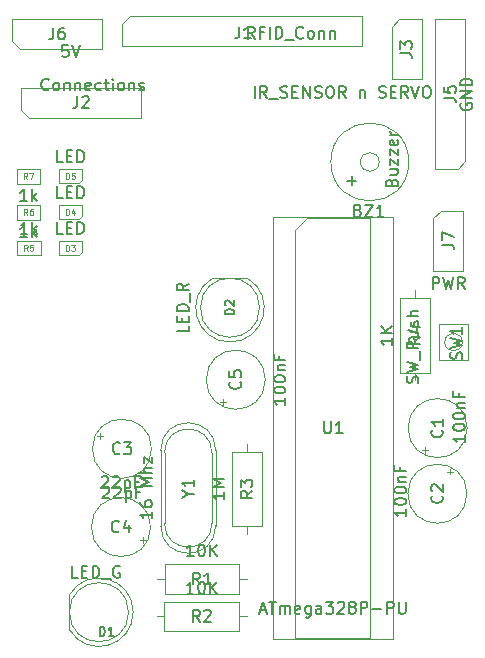
<source format=gbr>
G04 #@! TF.GenerationSoftware,KiCad,Pcbnew,8.0.4*
G04 #@! TF.CreationDate,2024-12-03T14:34:08+01:00*
G04 #@! TF.ProjectId,V2,56322e6b-6963-4616-945f-706362585858,rev?*
G04 #@! TF.SameCoordinates,Original*
G04 #@! TF.FileFunction,AssemblyDrawing,Top*
%FSLAX46Y46*%
G04 Gerber Fmt 4.6, Leading zero omitted, Abs format (unit mm)*
G04 Created by KiCad (PCBNEW 8.0.4) date 2024-12-03 14:34:08*
%MOMM*%
%LPD*%
G01*
G04 APERTURE LIST*
%ADD10C,0.150000*%
%ADD11C,0.080000*%
%ADD12C,0.200000*%
%ADD13C,0.100000*%
G04 APERTURE END LIST*
D10*
X162100952Y-62914819D02*
X161529524Y-62914819D01*
X161815238Y-62914819D02*
X161815238Y-61914819D01*
X161815238Y-61914819D02*
X161720000Y-62057676D01*
X161720000Y-62057676D02*
X161624762Y-62152914D01*
X161624762Y-62152914D02*
X161529524Y-62200533D01*
X162529524Y-62914819D02*
X162529524Y-61914819D01*
X162624762Y-62533866D02*
X162910476Y-62914819D01*
X162910476Y-62248152D02*
X162529524Y-62629104D01*
D11*
X162136666Y-64337149D02*
X161970000Y-64099054D01*
X161850952Y-64337149D02*
X161850952Y-63837149D01*
X161850952Y-63837149D02*
X162041428Y-63837149D01*
X162041428Y-63837149D02*
X162089047Y-63860959D01*
X162089047Y-63860959D02*
X162112857Y-63884768D01*
X162112857Y-63884768D02*
X162136666Y-63932387D01*
X162136666Y-63932387D02*
X162136666Y-64003816D01*
X162136666Y-64003816D02*
X162112857Y-64051435D01*
X162112857Y-64051435D02*
X162089047Y-64075244D01*
X162089047Y-64075244D02*
X162041428Y-64099054D01*
X162041428Y-64099054D02*
X161850952Y-64099054D01*
X162589047Y-63837149D02*
X162350952Y-63837149D01*
X162350952Y-63837149D02*
X162327143Y-64075244D01*
X162327143Y-64075244D02*
X162350952Y-64051435D01*
X162350952Y-64051435D02*
X162398571Y-64027625D01*
X162398571Y-64027625D02*
X162517619Y-64027625D01*
X162517619Y-64027625D02*
X162565238Y-64051435D01*
X162565238Y-64051435D02*
X162589047Y-64075244D01*
X162589047Y-64075244D02*
X162612857Y-64122863D01*
X162612857Y-64122863D02*
X162612857Y-64241911D01*
X162612857Y-64241911D02*
X162589047Y-64289530D01*
X162589047Y-64289530D02*
X162565238Y-64313340D01*
X162565238Y-64313340D02*
X162517619Y-64337149D01*
X162517619Y-64337149D02*
X162398571Y-64337149D01*
X162398571Y-64337149D02*
X162350952Y-64313340D01*
X162350952Y-64313340D02*
X162327143Y-64289530D01*
D10*
X168387143Y-83540057D02*
X168434762Y-83492438D01*
X168434762Y-83492438D02*
X168530000Y-83444819D01*
X168530000Y-83444819D02*
X168768095Y-83444819D01*
X168768095Y-83444819D02*
X168863333Y-83492438D01*
X168863333Y-83492438D02*
X168910952Y-83540057D01*
X168910952Y-83540057D02*
X168958571Y-83635295D01*
X168958571Y-83635295D02*
X168958571Y-83730533D01*
X168958571Y-83730533D02*
X168910952Y-83873390D01*
X168910952Y-83873390D02*
X168339524Y-84444819D01*
X168339524Y-84444819D02*
X168958571Y-84444819D01*
X169339524Y-83540057D02*
X169387143Y-83492438D01*
X169387143Y-83492438D02*
X169482381Y-83444819D01*
X169482381Y-83444819D02*
X169720476Y-83444819D01*
X169720476Y-83444819D02*
X169815714Y-83492438D01*
X169815714Y-83492438D02*
X169863333Y-83540057D01*
X169863333Y-83540057D02*
X169910952Y-83635295D01*
X169910952Y-83635295D02*
X169910952Y-83730533D01*
X169910952Y-83730533D02*
X169863333Y-83873390D01*
X169863333Y-83873390D02*
X169291905Y-84444819D01*
X169291905Y-84444819D02*
X169910952Y-84444819D01*
X170339524Y-83778152D02*
X170339524Y-84778152D01*
X170339524Y-83825771D02*
X170434762Y-83778152D01*
X170434762Y-83778152D02*
X170625238Y-83778152D01*
X170625238Y-83778152D02*
X170720476Y-83825771D01*
X170720476Y-83825771D02*
X170768095Y-83873390D01*
X170768095Y-83873390D02*
X170815714Y-83968628D01*
X170815714Y-83968628D02*
X170815714Y-84254342D01*
X170815714Y-84254342D02*
X170768095Y-84349580D01*
X170768095Y-84349580D02*
X170720476Y-84397200D01*
X170720476Y-84397200D02*
X170625238Y-84444819D01*
X170625238Y-84444819D02*
X170434762Y-84444819D01*
X170434762Y-84444819D02*
X170339524Y-84397200D01*
X171577619Y-83921009D02*
X171244286Y-83921009D01*
X171244286Y-84444819D02*
X171244286Y-83444819D01*
X171244286Y-83444819D02*
X171720476Y-83444819D01*
X169863333Y-88099580D02*
X169815714Y-88147200D01*
X169815714Y-88147200D02*
X169672857Y-88194819D01*
X169672857Y-88194819D02*
X169577619Y-88194819D01*
X169577619Y-88194819D02*
X169434762Y-88147200D01*
X169434762Y-88147200D02*
X169339524Y-88051961D01*
X169339524Y-88051961D02*
X169291905Y-87956723D01*
X169291905Y-87956723D02*
X169244286Y-87766247D01*
X169244286Y-87766247D02*
X169244286Y-87623390D01*
X169244286Y-87623390D02*
X169291905Y-87432914D01*
X169291905Y-87432914D02*
X169339524Y-87337676D01*
X169339524Y-87337676D02*
X169434762Y-87242438D01*
X169434762Y-87242438D02*
X169577619Y-87194819D01*
X169577619Y-87194819D02*
X169672857Y-87194819D01*
X169672857Y-87194819D02*
X169815714Y-87242438D01*
X169815714Y-87242438D02*
X169863333Y-87290057D01*
X170720476Y-87528152D02*
X170720476Y-88194819D01*
X170482381Y-87147200D02*
X170244286Y-87861485D01*
X170244286Y-87861485D02*
X170863333Y-87861485D01*
X165104642Y-56849819D02*
X164628452Y-56849819D01*
X164628452Y-56849819D02*
X164628452Y-55849819D01*
X165437976Y-56326009D02*
X165771309Y-56326009D01*
X165914166Y-56849819D02*
X165437976Y-56849819D01*
X165437976Y-56849819D02*
X165437976Y-55849819D01*
X165437976Y-55849819D02*
X165914166Y-55849819D01*
X166342738Y-56849819D02*
X166342738Y-55849819D01*
X166342738Y-55849819D02*
X166580833Y-55849819D01*
X166580833Y-55849819D02*
X166723690Y-55897438D01*
X166723690Y-55897438D02*
X166818928Y-55992676D01*
X166818928Y-55992676D02*
X166866547Y-56087914D01*
X166866547Y-56087914D02*
X166914166Y-56278390D01*
X166914166Y-56278390D02*
X166914166Y-56421247D01*
X166914166Y-56421247D02*
X166866547Y-56611723D01*
X166866547Y-56611723D02*
X166818928Y-56706961D01*
X166818928Y-56706961D02*
X166723690Y-56802200D01*
X166723690Y-56802200D02*
X166580833Y-56849819D01*
X166580833Y-56849819D02*
X166342738Y-56849819D01*
D11*
X165378452Y-58272149D02*
X165378452Y-57772149D01*
X165378452Y-57772149D02*
X165497500Y-57772149D01*
X165497500Y-57772149D02*
X165568928Y-57795959D01*
X165568928Y-57795959D02*
X165616547Y-57843578D01*
X165616547Y-57843578D02*
X165640357Y-57891197D01*
X165640357Y-57891197D02*
X165664166Y-57986435D01*
X165664166Y-57986435D02*
X165664166Y-58057863D01*
X165664166Y-58057863D02*
X165640357Y-58153101D01*
X165640357Y-58153101D02*
X165616547Y-58200720D01*
X165616547Y-58200720D02*
X165568928Y-58248340D01*
X165568928Y-58248340D02*
X165497500Y-58272149D01*
X165497500Y-58272149D02*
X165378452Y-58272149D01*
X166116547Y-57772149D02*
X165878452Y-57772149D01*
X165878452Y-57772149D02*
X165854643Y-58010244D01*
X165854643Y-58010244D02*
X165878452Y-57986435D01*
X165878452Y-57986435D02*
X165926071Y-57962625D01*
X165926071Y-57962625D02*
X166045119Y-57962625D01*
X166045119Y-57962625D02*
X166092738Y-57986435D01*
X166092738Y-57986435D02*
X166116547Y-58010244D01*
X166116547Y-58010244D02*
X166140357Y-58057863D01*
X166140357Y-58057863D02*
X166140357Y-58176911D01*
X166140357Y-58176911D02*
X166116547Y-58224530D01*
X166116547Y-58224530D02*
X166092738Y-58248340D01*
X166092738Y-58248340D02*
X166045119Y-58272149D01*
X166045119Y-58272149D02*
X165926071Y-58272149D01*
X165926071Y-58272149D02*
X165878452Y-58248340D01*
X165878452Y-58248340D02*
X165854643Y-58224530D01*
D10*
X168467143Y-84410057D02*
X168514762Y-84362438D01*
X168514762Y-84362438D02*
X168610000Y-84314819D01*
X168610000Y-84314819D02*
X168848095Y-84314819D01*
X168848095Y-84314819D02*
X168943333Y-84362438D01*
X168943333Y-84362438D02*
X168990952Y-84410057D01*
X168990952Y-84410057D02*
X169038571Y-84505295D01*
X169038571Y-84505295D02*
X169038571Y-84600533D01*
X169038571Y-84600533D02*
X168990952Y-84743390D01*
X168990952Y-84743390D02*
X168419524Y-85314819D01*
X168419524Y-85314819D02*
X169038571Y-85314819D01*
X169419524Y-84410057D02*
X169467143Y-84362438D01*
X169467143Y-84362438D02*
X169562381Y-84314819D01*
X169562381Y-84314819D02*
X169800476Y-84314819D01*
X169800476Y-84314819D02*
X169895714Y-84362438D01*
X169895714Y-84362438D02*
X169943333Y-84410057D01*
X169943333Y-84410057D02*
X169990952Y-84505295D01*
X169990952Y-84505295D02*
X169990952Y-84600533D01*
X169990952Y-84600533D02*
X169943333Y-84743390D01*
X169943333Y-84743390D02*
X169371905Y-85314819D01*
X169371905Y-85314819D02*
X169990952Y-85314819D01*
X170419524Y-84648152D02*
X170419524Y-85648152D01*
X170419524Y-84695771D02*
X170514762Y-84648152D01*
X170514762Y-84648152D02*
X170705238Y-84648152D01*
X170705238Y-84648152D02*
X170800476Y-84695771D01*
X170800476Y-84695771D02*
X170848095Y-84743390D01*
X170848095Y-84743390D02*
X170895714Y-84838628D01*
X170895714Y-84838628D02*
X170895714Y-85124342D01*
X170895714Y-85124342D02*
X170848095Y-85219580D01*
X170848095Y-85219580D02*
X170800476Y-85267200D01*
X170800476Y-85267200D02*
X170705238Y-85314819D01*
X170705238Y-85314819D02*
X170514762Y-85314819D01*
X170514762Y-85314819D02*
X170419524Y-85267200D01*
X171657619Y-84791009D02*
X171324286Y-84791009D01*
X171324286Y-85314819D02*
X171324286Y-84314819D01*
X171324286Y-84314819D02*
X171800476Y-84314819D01*
X169943333Y-81469580D02*
X169895714Y-81517200D01*
X169895714Y-81517200D02*
X169752857Y-81564819D01*
X169752857Y-81564819D02*
X169657619Y-81564819D01*
X169657619Y-81564819D02*
X169514762Y-81517200D01*
X169514762Y-81517200D02*
X169419524Y-81421961D01*
X169419524Y-81421961D02*
X169371905Y-81326723D01*
X169371905Y-81326723D02*
X169324286Y-81136247D01*
X169324286Y-81136247D02*
X169324286Y-80993390D01*
X169324286Y-80993390D02*
X169371905Y-80802914D01*
X169371905Y-80802914D02*
X169419524Y-80707676D01*
X169419524Y-80707676D02*
X169514762Y-80612438D01*
X169514762Y-80612438D02*
X169657619Y-80564819D01*
X169657619Y-80564819D02*
X169752857Y-80564819D01*
X169752857Y-80564819D02*
X169895714Y-80612438D01*
X169895714Y-80612438D02*
X169943333Y-80660057D01*
X170276667Y-80564819D02*
X170895714Y-80564819D01*
X170895714Y-80564819D02*
X170562381Y-80945771D01*
X170562381Y-80945771D02*
X170705238Y-80945771D01*
X170705238Y-80945771D02*
X170800476Y-80993390D01*
X170800476Y-80993390D02*
X170848095Y-81041009D01*
X170848095Y-81041009D02*
X170895714Y-81136247D01*
X170895714Y-81136247D02*
X170895714Y-81374342D01*
X170895714Y-81374342D02*
X170848095Y-81469580D01*
X170848095Y-81469580D02*
X170800476Y-81517200D01*
X170800476Y-81517200D02*
X170705238Y-81564819D01*
X170705238Y-81564819D02*
X170419524Y-81564819D01*
X170419524Y-81564819D02*
X170324286Y-81517200D01*
X170324286Y-81517200D02*
X170276667Y-81469580D01*
X165104642Y-62929819D02*
X164628452Y-62929819D01*
X164628452Y-62929819D02*
X164628452Y-61929819D01*
X165437976Y-62406009D02*
X165771309Y-62406009D01*
X165914166Y-62929819D02*
X165437976Y-62929819D01*
X165437976Y-62929819D02*
X165437976Y-61929819D01*
X165437976Y-61929819D02*
X165914166Y-61929819D01*
X166342738Y-62929819D02*
X166342738Y-61929819D01*
X166342738Y-61929819D02*
X166580833Y-61929819D01*
X166580833Y-61929819D02*
X166723690Y-61977438D01*
X166723690Y-61977438D02*
X166818928Y-62072676D01*
X166818928Y-62072676D02*
X166866547Y-62167914D01*
X166866547Y-62167914D02*
X166914166Y-62358390D01*
X166914166Y-62358390D02*
X166914166Y-62501247D01*
X166914166Y-62501247D02*
X166866547Y-62691723D01*
X166866547Y-62691723D02*
X166818928Y-62786961D01*
X166818928Y-62786961D02*
X166723690Y-62882200D01*
X166723690Y-62882200D02*
X166580833Y-62929819D01*
X166580833Y-62929819D02*
X166342738Y-62929819D01*
D11*
X165378452Y-64352149D02*
X165378452Y-63852149D01*
X165378452Y-63852149D02*
X165497500Y-63852149D01*
X165497500Y-63852149D02*
X165568928Y-63875959D01*
X165568928Y-63875959D02*
X165616547Y-63923578D01*
X165616547Y-63923578D02*
X165640357Y-63971197D01*
X165640357Y-63971197D02*
X165664166Y-64066435D01*
X165664166Y-64066435D02*
X165664166Y-64137863D01*
X165664166Y-64137863D02*
X165640357Y-64233101D01*
X165640357Y-64233101D02*
X165616547Y-64280720D01*
X165616547Y-64280720D02*
X165568928Y-64328340D01*
X165568928Y-64328340D02*
X165497500Y-64352149D01*
X165497500Y-64352149D02*
X165378452Y-64352149D01*
X165830833Y-63852149D02*
X166140357Y-63852149D01*
X166140357Y-63852149D02*
X165973690Y-64042625D01*
X165973690Y-64042625D02*
X166045119Y-64042625D01*
X166045119Y-64042625D02*
X166092738Y-64066435D01*
X166092738Y-64066435D02*
X166116547Y-64090244D01*
X166116547Y-64090244D02*
X166140357Y-64137863D01*
X166140357Y-64137863D02*
X166140357Y-64256911D01*
X166140357Y-64256911D02*
X166116547Y-64304530D01*
X166116547Y-64304530D02*
X166092738Y-64328340D01*
X166092738Y-64328340D02*
X166045119Y-64352149D01*
X166045119Y-64352149D02*
X165902262Y-64352149D01*
X165902262Y-64352149D02*
X165854643Y-64328340D01*
X165854643Y-64328340D02*
X165830833Y-64304530D01*
D10*
X166381190Y-92024819D02*
X165905000Y-92024819D01*
X165905000Y-92024819D02*
X165905000Y-91024819D01*
X166714524Y-91501009D02*
X167047857Y-91501009D01*
X167190714Y-92024819D02*
X166714524Y-92024819D01*
X166714524Y-92024819D02*
X166714524Y-91024819D01*
X166714524Y-91024819D02*
X167190714Y-91024819D01*
X167619286Y-92024819D02*
X167619286Y-91024819D01*
X167619286Y-91024819D02*
X167857381Y-91024819D01*
X167857381Y-91024819D02*
X168000238Y-91072438D01*
X168000238Y-91072438D02*
X168095476Y-91167676D01*
X168095476Y-91167676D02*
X168143095Y-91262914D01*
X168143095Y-91262914D02*
X168190714Y-91453390D01*
X168190714Y-91453390D02*
X168190714Y-91596247D01*
X168190714Y-91596247D02*
X168143095Y-91786723D01*
X168143095Y-91786723D02*
X168095476Y-91881961D01*
X168095476Y-91881961D02*
X168000238Y-91977200D01*
X168000238Y-91977200D02*
X167857381Y-92024819D01*
X167857381Y-92024819D02*
X167619286Y-92024819D01*
X168381191Y-92120057D02*
X169143095Y-92120057D01*
X169905000Y-91072438D02*
X169809762Y-91024819D01*
X169809762Y-91024819D02*
X169666905Y-91024819D01*
X169666905Y-91024819D02*
X169524048Y-91072438D01*
X169524048Y-91072438D02*
X169428810Y-91167676D01*
X169428810Y-91167676D02*
X169381191Y-91262914D01*
X169381191Y-91262914D02*
X169333572Y-91453390D01*
X169333572Y-91453390D02*
X169333572Y-91596247D01*
X169333572Y-91596247D02*
X169381191Y-91786723D01*
X169381191Y-91786723D02*
X169428810Y-91881961D01*
X169428810Y-91881961D02*
X169524048Y-91977200D01*
X169524048Y-91977200D02*
X169666905Y-92024819D01*
X169666905Y-92024819D02*
X169762143Y-92024819D01*
X169762143Y-92024819D02*
X169905000Y-91977200D01*
X169905000Y-91977200D02*
X169952619Y-91929580D01*
X169952619Y-91929580D02*
X169952619Y-91596247D01*
X169952619Y-91596247D02*
X169762143Y-91596247D01*
D12*
X168214524Y-96999695D02*
X168214524Y-96199695D01*
X168214524Y-96199695D02*
X168405000Y-96199695D01*
X168405000Y-96199695D02*
X168519286Y-96237790D01*
X168519286Y-96237790D02*
X168595476Y-96313980D01*
X168595476Y-96313980D02*
X168633571Y-96390171D01*
X168633571Y-96390171D02*
X168671667Y-96542552D01*
X168671667Y-96542552D02*
X168671667Y-96656838D01*
X168671667Y-96656838D02*
X168633571Y-96809219D01*
X168633571Y-96809219D02*
X168595476Y-96885409D01*
X168595476Y-96885409D02*
X168519286Y-96961600D01*
X168519286Y-96961600D02*
X168405000Y-96999695D01*
X168405000Y-96999695D02*
X168214524Y-96999695D01*
X169433571Y-96999695D02*
X168976428Y-96999695D01*
X169205000Y-96999695D02*
X169205000Y-96199695D01*
X169205000Y-96199695D02*
X169128809Y-96313980D01*
X169128809Y-96313980D02*
X169052619Y-96390171D01*
X169052619Y-96390171D02*
X168976428Y-96428266D01*
D10*
X165554523Y-46934819D02*
X165078333Y-46934819D01*
X165078333Y-46934819D02*
X165030714Y-47411009D01*
X165030714Y-47411009D02*
X165078333Y-47363390D01*
X165078333Y-47363390D02*
X165173571Y-47315771D01*
X165173571Y-47315771D02*
X165411666Y-47315771D01*
X165411666Y-47315771D02*
X165506904Y-47363390D01*
X165506904Y-47363390D02*
X165554523Y-47411009D01*
X165554523Y-47411009D02*
X165602142Y-47506247D01*
X165602142Y-47506247D02*
X165602142Y-47744342D01*
X165602142Y-47744342D02*
X165554523Y-47839580D01*
X165554523Y-47839580D02*
X165506904Y-47887200D01*
X165506904Y-47887200D02*
X165411666Y-47934819D01*
X165411666Y-47934819D02*
X165173571Y-47934819D01*
X165173571Y-47934819D02*
X165078333Y-47887200D01*
X165078333Y-47887200D02*
X165030714Y-47839580D01*
X165887857Y-46934819D02*
X166221190Y-47934819D01*
X166221190Y-47934819D02*
X166554523Y-46934819D01*
X164291666Y-45444819D02*
X164291666Y-46159104D01*
X164291666Y-46159104D02*
X164244047Y-46301961D01*
X164244047Y-46301961D02*
X164148809Y-46397200D01*
X164148809Y-46397200D02*
X164005952Y-46444819D01*
X164005952Y-46444819D02*
X163910714Y-46444819D01*
X165196428Y-45444819D02*
X165005952Y-45444819D01*
X165005952Y-45444819D02*
X164910714Y-45492438D01*
X164910714Y-45492438D02*
X164863095Y-45540057D01*
X164863095Y-45540057D02*
X164767857Y-45682914D01*
X164767857Y-45682914D02*
X164720238Y-45873390D01*
X164720238Y-45873390D02*
X164720238Y-46254342D01*
X164720238Y-46254342D02*
X164767857Y-46349580D01*
X164767857Y-46349580D02*
X164815476Y-46397200D01*
X164815476Y-46397200D02*
X164910714Y-46444819D01*
X164910714Y-46444819D02*
X165101190Y-46444819D01*
X165101190Y-46444819D02*
X165196428Y-46397200D01*
X165196428Y-46397200D02*
X165244047Y-46349580D01*
X165244047Y-46349580D02*
X165291666Y-46254342D01*
X165291666Y-46254342D02*
X165291666Y-46016247D01*
X165291666Y-46016247D02*
X165244047Y-45921009D01*
X165244047Y-45921009D02*
X165196428Y-45873390D01*
X165196428Y-45873390D02*
X165101190Y-45825771D01*
X165101190Y-45825771D02*
X164910714Y-45825771D01*
X164910714Y-45825771D02*
X164815476Y-45873390D01*
X164815476Y-45873390D02*
X164767857Y-45921009D01*
X164767857Y-45921009D02*
X164720238Y-46016247D01*
X183954819Y-76812731D02*
X183954819Y-77384159D01*
X183954819Y-77098445D02*
X182954819Y-77098445D01*
X182954819Y-77098445D02*
X183097676Y-77193683D01*
X183097676Y-77193683D02*
X183192914Y-77288921D01*
X183192914Y-77288921D02*
X183240533Y-77384159D01*
X182954819Y-76193683D02*
X182954819Y-76098445D01*
X182954819Y-76098445D02*
X183002438Y-76003207D01*
X183002438Y-76003207D02*
X183050057Y-75955588D01*
X183050057Y-75955588D02*
X183145295Y-75907969D01*
X183145295Y-75907969D02*
X183335771Y-75860350D01*
X183335771Y-75860350D02*
X183573866Y-75860350D01*
X183573866Y-75860350D02*
X183764342Y-75907969D01*
X183764342Y-75907969D02*
X183859580Y-75955588D01*
X183859580Y-75955588D02*
X183907200Y-76003207D01*
X183907200Y-76003207D02*
X183954819Y-76098445D01*
X183954819Y-76098445D02*
X183954819Y-76193683D01*
X183954819Y-76193683D02*
X183907200Y-76288921D01*
X183907200Y-76288921D02*
X183859580Y-76336540D01*
X183859580Y-76336540D02*
X183764342Y-76384159D01*
X183764342Y-76384159D02*
X183573866Y-76431778D01*
X183573866Y-76431778D02*
X183335771Y-76431778D01*
X183335771Y-76431778D02*
X183145295Y-76384159D01*
X183145295Y-76384159D02*
X183050057Y-76336540D01*
X183050057Y-76336540D02*
X183002438Y-76288921D01*
X183002438Y-76288921D02*
X182954819Y-76193683D01*
X182954819Y-75241302D02*
X182954819Y-75146064D01*
X182954819Y-75146064D02*
X183002438Y-75050826D01*
X183002438Y-75050826D02*
X183050057Y-75003207D01*
X183050057Y-75003207D02*
X183145295Y-74955588D01*
X183145295Y-74955588D02*
X183335771Y-74907969D01*
X183335771Y-74907969D02*
X183573866Y-74907969D01*
X183573866Y-74907969D02*
X183764342Y-74955588D01*
X183764342Y-74955588D02*
X183859580Y-75003207D01*
X183859580Y-75003207D02*
X183907200Y-75050826D01*
X183907200Y-75050826D02*
X183954819Y-75146064D01*
X183954819Y-75146064D02*
X183954819Y-75241302D01*
X183954819Y-75241302D02*
X183907200Y-75336540D01*
X183907200Y-75336540D02*
X183859580Y-75384159D01*
X183859580Y-75384159D02*
X183764342Y-75431778D01*
X183764342Y-75431778D02*
X183573866Y-75479397D01*
X183573866Y-75479397D02*
X183335771Y-75479397D01*
X183335771Y-75479397D02*
X183145295Y-75431778D01*
X183145295Y-75431778D02*
X183050057Y-75384159D01*
X183050057Y-75384159D02*
X183002438Y-75336540D01*
X183002438Y-75336540D02*
X182954819Y-75241302D01*
X183288152Y-74479397D02*
X183954819Y-74479397D01*
X183383390Y-74479397D02*
X183335771Y-74431778D01*
X183335771Y-74431778D02*
X183288152Y-74336540D01*
X183288152Y-74336540D02*
X183288152Y-74193683D01*
X183288152Y-74193683D02*
X183335771Y-74098445D01*
X183335771Y-74098445D02*
X183431009Y-74050826D01*
X183431009Y-74050826D02*
X183954819Y-74050826D01*
X183431009Y-73241302D02*
X183431009Y-73574635D01*
X183954819Y-73574635D02*
X182954819Y-73574635D01*
X182954819Y-73574635D02*
X182954819Y-73098445D01*
X180109580Y-75431778D02*
X180157200Y-75479397D01*
X180157200Y-75479397D02*
X180204819Y-75622254D01*
X180204819Y-75622254D02*
X180204819Y-75717492D01*
X180204819Y-75717492D02*
X180157200Y-75860349D01*
X180157200Y-75860349D02*
X180061961Y-75955587D01*
X180061961Y-75955587D02*
X179966723Y-76003206D01*
X179966723Y-76003206D02*
X179776247Y-76050825D01*
X179776247Y-76050825D02*
X179633390Y-76050825D01*
X179633390Y-76050825D02*
X179442914Y-76003206D01*
X179442914Y-76003206D02*
X179347676Y-75955587D01*
X179347676Y-75955587D02*
X179252438Y-75860349D01*
X179252438Y-75860349D02*
X179204819Y-75717492D01*
X179204819Y-75717492D02*
X179204819Y-75622254D01*
X179204819Y-75622254D02*
X179252438Y-75479397D01*
X179252438Y-75479397D02*
X179300057Y-75431778D01*
X179204819Y-74527016D02*
X179204819Y-75003206D01*
X179204819Y-75003206D02*
X179681009Y-75050825D01*
X179681009Y-75050825D02*
X179633390Y-75003206D01*
X179633390Y-75003206D02*
X179585771Y-74907968D01*
X179585771Y-74907968D02*
X179585771Y-74669873D01*
X179585771Y-74669873D02*
X179633390Y-74574635D01*
X179633390Y-74574635D02*
X179681009Y-74527016D01*
X179681009Y-74527016D02*
X179776247Y-74479397D01*
X179776247Y-74479397D02*
X180014342Y-74479397D01*
X180014342Y-74479397D02*
X180109580Y-74527016D01*
X180109580Y-74527016D02*
X180157200Y-74574635D01*
X180157200Y-74574635D02*
X180204819Y-74669873D01*
X180204819Y-74669873D02*
X180204819Y-74907968D01*
X180204819Y-74907968D02*
X180157200Y-75003206D01*
X180157200Y-75003206D02*
X180109580Y-75050825D01*
X172649819Y-86435000D02*
X172649819Y-87006428D01*
X172649819Y-86720714D02*
X171649819Y-86720714D01*
X171649819Y-86720714D02*
X171792676Y-86815952D01*
X171792676Y-86815952D02*
X171887914Y-86911190D01*
X171887914Y-86911190D02*
X171935533Y-87006428D01*
X171649819Y-85577857D02*
X171649819Y-85768333D01*
X171649819Y-85768333D02*
X171697438Y-85863571D01*
X171697438Y-85863571D02*
X171745057Y-85911190D01*
X171745057Y-85911190D02*
X171887914Y-86006428D01*
X171887914Y-86006428D02*
X172078390Y-86054047D01*
X172078390Y-86054047D02*
X172459342Y-86054047D01*
X172459342Y-86054047D02*
X172554580Y-86006428D01*
X172554580Y-86006428D02*
X172602200Y-85958809D01*
X172602200Y-85958809D02*
X172649819Y-85863571D01*
X172649819Y-85863571D02*
X172649819Y-85673095D01*
X172649819Y-85673095D02*
X172602200Y-85577857D01*
X172602200Y-85577857D02*
X172554580Y-85530238D01*
X172554580Y-85530238D02*
X172459342Y-85482619D01*
X172459342Y-85482619D02*
X172221247Y-85482619D01*
X172221247Y-85482619D02*
X172126009Y-85530238D01*
X172126009Y-85530238D02*
X172078390Y-85577857D01*
X172078390Y-85577857D02*
X172030771Y-85673095D01*
X172030771Y-85673095D02*
X172030771Y-85863571D01*
X172030771Y-85863571D02*
X172078390Y-85958809D01*
X172078390Y-85958809D02*
X172126009Y-86006428D01*
X172126009Y-86006428D02*
X172221247Y-86054047D01*
X172649819Y-84292142D02*
X171649819Y-84292142D01*
X171649819Y-84292142D02*
X172364104Y-83958809D01*
X172364104Y-83958809D02*
X171649819Y-83625476D01*
X171649819Y-83625476D02*
X172649819Y-83625476D01*
X172649819Y-83149285D02*
X171649819Y-83149285D01*
X172649819Y-82720714D02*
X172126009Y-82720714D01*
X172126009Y-82720714D02*
X172030771Y-82768333D01*
X172030771Y-82768333D02*
X171983152Y-82863571D01*
X171983152Y-82863571D02*
X171983152Y-83006428D01*
X171983152Y-83006428D02*
X172030771Y-83101666D01*
X172030771Y-83101666D02*
X172078390Y-83149285D01*
X171983152Y-82339761D02*
X171983152Y-81815952D01*
X171983152Y-81815952D02*
X172649819Y-82339761D01*
X172649819Y-82339761D02*
X172649819Y-81815952D01*
X175698628Y-84911190D02*
X176174819Y-84911190D01*
X175174819Y-85244523D02*
X175698628Y-84911190D01*
X175698628Y-84911190D02*
X175174819Y-84577857D01*
X176174819Y-83720714D02*
X176174819Y-84292142D01*
X176174819Y-84006428D02*
X175174819Y-84006428D01*
X175174819Y-84006428D02*
X175317676Y-84101666D01*
X175317676Y-84101666D02*
X175412914Y-84196904D01*
X175412914Y-84196904D02*
X175460533Y-84292142D01*
X198822438Y-51871904D02*
X198774819Y-51967142D01*
X198774819Y-51967142D02*
X198774819Y-52109999D01*
X198774819Y-52109999D02*
X198822438Y-52252856D01*
X198822438Y-52252856D02*
X198917676Y-52348094D01*
X198917676Y-52348094D02*
X199012914Y-52395713D01*
X199012914Y-52395713D02*
X199203390Y-52443332D01*
X199203390Y-52443332D02*
X199346247Y-52443332D01*
X199346247Y-52443332D02*
X199536723Y-52395713D01*
X199536723Y-52395713D02*
X199631961Y-52348094D01*
X199631961Y-52348094D02*
X199727200Y-52252856D01*
X199727200Y-52252856D02*
X199774819Y-52109999D01*
X199774819Y-52109999D02*
X199774819Y-52014761D01*
X199774819Y-52014761D02*
X199727200Y-51871904D01*
X199727200Y-51871904D02*
X199679580Y-51824285D01*
X199679580Y-51824285D02*
X199346247Y-51824285D01*
X199346247Y-51824285D02*
X199346247Y-52014761D01*
X199774819Y-51395713D02*
X198774819Y-51395713D01*
X198774819Y-51395713D02*
X199774819Y-50824285D01*
X199774819Y-50824285D02*
X198774819Y-50824285D01*
X199774819Y-50348094D02*
X198774819Y-50348094D01*
X198774819Y-50348094D02*
X198774819Y-50109999D01*
X198774819Y-50109999D02*
X198822438Y-49967142D01*
X198822438Y-49967142D02*
X198917676Y-49871904D01*
X198917676Y-49871904D02*
X199012914Y-49824285D01*
X199012914Y-49824285D02*
X199203390Y-49776666D01*
X199203390Y-49776666D02*
X199346247Y-49776666D01*
X199346247Y-49776666D02*
X199536723Y-49824285D01*
X199536723Y-49824285D02*
X199631961Y-49871904D01*
X199631961Y-49871904D02*
X199727200Y-49967142D01*
X199727200Y-49967142D02*
X199774819Y-50109999D01*
X199774819Y-50109999D02*
X199774819Y-50348094D01*
X197374819Y-51403333D02*
X198089104Y-51403333D01*
X198089104Y-51403333D02*
X198231961Y-51450952D01*
X198231961Y-51450952D02*
X198327200Y-51546190D01*
X198327200Y-51546190D02*
X198374819Y-51689047D01*
X198374819Y-51689047D02*
X198374819Y-51784285D01*
X197374819Y-50450952D02*
X197374819Y-50927142D01*
X197374819Y-50927142D02*
X197851009Y-50974761D01*
X197851009Y-50974761D02*
X197803390Y-50927142D01*
X197803390Y-50927142D02*
X197755771Y-50831904D01*
X197755771Y-50831904D02*
X197755771Y-50593809D01*
X197755771Y-50593809D02*
X197803390Y-50498571D01*
X197803390Y-50498571D02*
X197851009Y-50450952D01*
X197851009Y-50450952D02*
X197946247Y-50403333D01*
X197946247Y-50403333D02*
X198184342Y-50403333D01*
X198184342Y-50403333D02*
X198279580Y-50450952D01*
X198279580Y-50450952D02*
X198327200Y-50498571D01*
X198327200Y-50498571D02*
X198374819Y-50593809D01*
X198374819Y-50593809D02*
X198374819Y-50831904D01*
X198374819Y-50831904D02*
X198327200Y-50927142D01*
X198327200Y-50927142D02*
X198279580Y-50974761D01*
X181341428Y-51394819D02*
X181341428Y-50394819D01*
X182389046Y-51394819D02*
X182055713Y-50918628D01*
X181817618Y-51394819D02*
X181817618Y-50394819D01*
X181817618Y-50394819D02*
X182198570Y-50394819D01*
X182198570Y-50394819D02*
X182293808Y-50442438D01*
X182293808Y-50442438D02*
X182341427Y-50490057D01*
X182341427Y-50490057D02*
X182389046Y-50585295D01*
X182389046Y-50585295D02*
X182389046Y-50728152D01*
X182389046Y-50728152D02*
X182341427Y-50823390D01*
X182341427Y-50823390D02*
X182293808Y-50871009D01*
X182293808Y-50871009D02*
X182198570Y-50918628D01*
X182198570Y-50918628D02*
X181817618Y-50918628D01*
X182579523Y-51490057D02*
X183341427Y-51490057D01*
X183531904Y-51347200D02*
X183674761Y-51394819D01*
X183674761Y-51394819D02*
X183912856Y-51394819D01*
X183912856Y-51394819D02*
X184008094Y-51347200D01*
X184008094Y-51347200D02*
X184055713Y-51299580D01*
X184055713Y-51299580D02*
X184103332Y-51204342D01*
X184103332Y-51204342D02*
X184103332Y-51109104D01*
X184103332Y-51109104D02*
X184055713Y-51013866D01*
X184055713Y-51013866D02*
X184008094Y-50966247D01*
X184008094Y-50966247D02*
X183912856Y-50918628D01*
X183912856Y-50918628D02*
X183722380Y-50871009D01*
X183722380Y-50871009D02*
X183627142Y-50823390D01*
X183627142Y-50823390D02*
X183579523Y-50775771D01*
X183579523Y-50775771D02*
X183531904Y-50680533D01*
X183531904Y-50680533D02*
X183531904Y-50585295D01*
X183531904Y-50585295D02*
X183579523Y-50490057D01*
X183579523Y-50490057D02*
X183627142Y-50442438D01*
X183627142Y-50442438D02*
X183722380Y-50394819D01*
X183722380Y-50394819D02*
X183960475Y-50394819D01*
X183960475Y-50394819D02*
X184103332Y-50442438D01*
X184531904Y-50871009D02*
X184865237Y-50871009D01*
X185008094Y-51394819D02*
X184531904Y-51394819D01*
X184531904Y-51394819D02*
X184531904Y-50394819D01*
X184531904Y-50394819D02*
X185008094Y-50394819D01*
X185436666Y-51394819D02*
X185436666Y-50394819D01*
X185436666Y-50394819D02*
X186008094Y-51394819D01*
X186008094Y-51394819D02*
X186008094Y-50394819D01*
X186436666Y-51347200D02*
X186579523Y-51394819D01*
X186579523Y-51394819D02*
X186817618Y-51394819D01*
X186817618Y-51394819D02*
X186912856Y-51347200D01*
X186912856Y-51347200D02*
X186960475Y-51299580D01*
X186960475Y-51299580D02*
X187008094Y-51204342D01*
X187008094Y-51204342D02*
X187008094Y-51109104D01*
X187008094Y-51109104D02*
X186960475Y-51013866D01*
X186960475Y-51013866D02*
X186912856Y-50966247D01*
X186912856Y-50966247D02*
X186817618Y-50918628D01*
X186817618Y-50918628D02*
X186627142Y-50871009D01*
X186627142Y-50871009D02*
X186531904Y-50823390D01*
X186531904Y-50823390D02*
X186484285Y-50775771D01*
X186484285Y-50775771D02*
X186436666Y-50680533D01*
X186436666Y-50680533D02*
X186436666Y-50585295D01*
X186436666Y-50585295D02*
X186484285Y-50490057D01*
X186484285Y-50490057D02*
X186531904Y-50442438D01*
X186531904Y-50442438D02*
X186627142Y-50394819D01*
X186627142Y-50394819D02*
X186865237Y-50394819D01*
X186865237Y-50394819D02*
X187008094Y-50442438D01*
X187627142Y-50394819D02*
X187817618Y-50394819D01*
X187817618Y-50394819D02*
X187912856Y-50442438D01*
X187912856Y-50442438D02*
X188008094Y-50537676D01*
X188008094Y-50537676D02*
X188055713Y-50728152D01*
X188055713Y-50728152D02*
X188055713Y-51061485D01*
X188055713Y-51061485D02*
X188008094Y-51251961D01*
X188008094Y-51251961D02*
X187912856Y-51347200D01*
X187912856Y-51347200D02*
X187817618Y-51394819D01*
X187817618Y-51394819D02*
X187627142Y-51394819D01*
X187627142Y-51394819D02*
X187531904Y-51347200D01*
X187531904Y-51347200D02*
X187436666Y-51251961D01*
X187436666Y-51251961D02*
X187389047Y-51061485D01*
X187389047Y-51061485D02*
X187389047Y-50728152D01*
X187389047Y-50728152D02*
X187436666Y-50537676D01*
X187436666Y-50537676D02*
X187531904Y-50442438D01*
X187531904Y-50442438D02*
X187627142Y-50394819D01*
X189055713Y-51394819D02*
X188722380Y-50918628D01*
X188484285Y-51394819D02*
X188484285Y-50394819D01*
X188484285Y-50394819D02*
X188865237Y-50394819D01*
X188865237Y-50394819D02*
X188960475Y-50442438D01*
X188960475Y-50442438D02*
X189008094Y-50490057D01*
X189008094Y-50490057D02*
X189055713Y-50585295D01*
X189055713Y-50585295D02*
X189055713Y-50728152D01*
X189055713Y-50728152D02*
X189008094Y-50823390D01*
X189008094Y-50823390D02*
X188960475Y-50871009D01*
X188960475Y-50871009D02*
X188865237Y-50918628D01*
X188865237Y-50918628D02*
X188484285Y-50918628D01*
X190246190Y-50728152D02*
X190246190Y-51394819D01*
X190246190Y-50823390D02*
X190293809Y-50775771D01*
X190293809Y-50775771D02*
X190389047Y-50728152D01*
X190389047Y-50728152D02*
X190531904Y-50728152D01*
X190531904Y-50728152D02*
X190627142Y-50775771D01*
X190627142Y-50775771D02*
X190674761Y-50871009D01*
X190674761Y-50871009D02*
X190674761Y-51394819D01*
X191865238Y-51347200D02*
X192008095Y-51394819D01*
X192008095Y-51394819D02*
X192246190Y-51394819D01*
X192246190Y-51394819D02*
X192341428Y-51347200D01*
X192341428Y-51347200D02*
X192389047Y-51299580D01*
X192389047Y-51299580D02*
X192436666Y-51204342D01*
X192436666Y-51204342D02*
X192436666Y-51109104D01*
X192436666Y-51109104D02*
X192389047Y-51013866D01*
X192389047Y-51013866D02*
X192341428Y-50966247D01*
X192341428Y-50966247D02*
X192246190Y-50918628D01*
X192246190Y-50918628D02*
X192055714Y-50871009D01*
X192055714Y-50871009D02*
X191960476Y-50823390D01*
X191960476Y-50823390D02*
X191912857Y-50775771D01*
X191912857Y-50775771D02*
X191865238Y-50680533D01*
X191865238Y-50680533D02*
X191865238Y-50585295D01*
X191865238Y-50585295D02*
X191912857Y-50490057D01*
X191912857Y-50490057D02*
X191960476Y-50442438D01*
X191960476Y-50442438D02*
X192055714Y-50394819D01*
X192055714Y-50394819D02*
X192293809Y-50394819D01*
X192293809Y-50394819D02*
X192436666Y-50442438D01*
X192865238Y-50871009D02*
X193198571Y-50871009D01*
X193341428Y-51394819D02*
X192865238Y-51394819D01*
X192865238Y-51394819D02*
X192865238Y-50394819D01*
X192865238Y-50394819D02*
X193341428Y-50394819D01*
X194341428Y-51394819D02*
X194008095Y-50918628D01*
X193770000Y-51394819D02*
X193770000Y-50394819D01*
X193770000Y-50394819D02*
X194150952Y-50394819D01*
X194150952Y-50394819D02*
X194246190Y-50442438D01*
X194246190Y-50442438D02*
X194293809Y-50490057D01*
X194293809Y-50490057D02*
X194341428Y-50585295D01*
X194341428Y-50585295D02*
X194341428Y-50728152D01*
X194341428Y-50728152D02*
X194293809Y-50823390D01*
X194293809Y-50823390D02*
X194246190Y-50871009D01*
X194246190Y-50871009D02*
X194150952Y-50918628D01*
X194150952Y-50918628D02*
X193770000Y-50918628D01*
X194627143Y-50394819D02*
X194960476Y-51394819D01*
X194960476Y-51394819D02*
X195293809Y-50394819D01*
X195817619Y-50394819D02*
X196008095Y-50394819D01*
X196008095Y-50394819D02*
X196103333Y-50442438D01*
X196103333Y-50442438D02*
X196198571Y-50537676D01*
X196198571Y-50537676D02*
X196246190Y-50728152D01*
X196246190Y-50728152D02*
X196246190Y-51061485D01*
X196246190Y-51061485D02*
X196198571Y-51251961D01*
X196198571Y-51251961D02*
X196103333Y-51347200D01*
X196103333Y-51347200D02*
X196008095Y-51394819D01*
X196008095Y-51394819D02*
X195817619Y-51394819D01*
X195817619Y-51394819D02*
X195722381Y-51347200D01*
X195722381Y-51347200D02*
X195627143Y-51251961D01*
X195627143Y-51251961D02*
X195579524Y-51061485D01*
X195579524Y-51061485D02*
X195579524Y-50728152D01*
X195579524Y-50728152D02*
X195627143Y-50537676D01*
X195627143Y-50537676D02*
X195722381Y-50442438D01*
X195722381Y-50442438D02*
X195817619Y-50394819D01*
X193664819Y-47628333D02*
X194379104Y-47628333D01*
X194379104Y-47628333D02*
X194521961Y-47675952D01*
X194521961Y-47675952D02*
X194617200Y-47771190D01*
X194617200Y-47771190D02*
X194664819Y-47914047D01*
X194664819Y-47914047D02*
X194664819Y-48009285D01*
X193664819Y-47247380D02*
X193664819Y-46628333D01*
X193664819Y-46628333D02*
X194045771Y-46961666D01*
X194045771Y-46961666D02*
X194045771Y-46818809D01*
X194045771Y-46818809D02*
X194093390Y-46723571D01*
X194093390Y-46723571D02*
X194141009Y-46675952D01*
X194141009Y-46675952D02*
X194236247Y-46628333D01*
X194236247Y-46628333D02*
X194474342Y-46628333D01*
X194474342Y-46628333D02*
X194569580Y-46675952D01*
X194569580Y-46675952D02*
X194617200Y-46723571D01*
X194617200Y-46723571D02*
X194664819Y-46818809D01*
X194664819Y-46818809D02*
X194664819Y-47104523D01*
X194664819Y-47104523D02*
X194617200Y-47199761D01*
X194617200Y-47199761D02*
X194569580Y-47247380D01*
X163911904Y-50679580D02*
X163864285Y-50727200D01*
X163864285Y-50727200D02*
X163721428Y-50774819D01*
X163721428Y-50774819D02*
X163626190Y-50774819D01*
X163626190Y-50774819D02*
X163483333Y-50727200D01*
X163483333Y-50727200D02*
X163388095Y-50631961D01*
X163388095Y-50631961D02*
X163340476Y-50536723D01*
X163340476Y-50536723D02*
X163292857Y-50346247D01*
X163292857Y-50346247D02*
X163292857Y-50203390D01*
X163292857Y-50203390D02*
X163340476Y-50012914D01*
X163340476Y-50012914D02*
X163388095Y-49917676D01*
X163388095Y-49917676D02*
X163483333Y-49822438D01*
X163483333Y-49822438D02*
X163626190Y-49774819D01*
X163626190Y-49774819D02*
X163721428Y-49774819D01*
X163721428Y-49774819D02*
X163864285Y-49822438D01*
X163864285Y-49822438D02*
X163911904Y-49870057D01*
X164483333Y-50774819D02*
X164388095Y-50727200D01*
X164388095Y-50727200D02*
X164340476Y-50679580D01*
X164340476Y-50679580D02*
X164292857Y-50584342D01*
X164292857Y-50584342D02*
X164292857Y-50298628D01*
X164292857Y-50298628D02*
X164340476Y-50203390D01*
X164340476Y-50203390D02*
X164388095Y-50155771D01*
X164388095Y-50155771D02*
X164483333Y-50108152D01*
X164483333Y-50108152D02*
X164626190Y-50108152D01*
X164626190Y-50108152D02*
X164721428Y-50155771D01*
X164721428Y-50155771D02*
X164769047Y-50203390D01*
X164769047Y-50203390D02*
X164816666Y-50298628D01*
X164816666Y-50298628D02*
X164816666Y-50584342D01*
X164816666Y-50584342D02*
X164769047Y-50679580D01*
X164769047Y-50679580D02*
X164721428Y-50727200D01*
X164721428Y-50727200D02*
X164626190Y-50774819D01*
X164626190Y-50774819D02*
X164483333Y-50774819D01*
X165245238Y-50108152D02*
X165245238Y-50774819D01*
X165245238Y-50203390D02*
X165292857Y-50155771D01*
X165292857Y-50155771D02*
X165388095Y-50108152D01*
X165388095Y-50108152D02*
X165530952Y-50108152D01*
X165530952Y-50108152D02*
X165626190Y-50155771D01*
X165626190Y-50155771D02*
X165673809Y-50251009D01*
X165673809Y-50251009D02*
X165673809Y-50774819D01*
X166150000Y-50108152D02*
X166150000Y-50774819D01*
X166150000Y-50203390D02*
X166197619Y-50155771D01*
X166197619Y-50155771D02*
X166292857Y-50108152D01*
X166292857Y-50108152D02*
X166435714Y-50108152D01*
X166435714Y-50108152D02*
X166530952Y-50155771D01*
X166530952Y-50155771D02*
X166578571Y-50251009D01*
X166578571Y-50251009D02*
X166578571Y-50774819D01*
X167435714Y-50727200D02*
X167340476Y-50774819D01*
X167340476Y-50774819D02*
X167150000Y-50774819D01*
X167150000Y-50774819D02*
X167054762Y-50727200D01*
X167054762Y-50727200D02*
X167007143Y-50631961D01*
X167007143Y-50631961D02*
X167007143Y-50251009D01*
X167007143Y-50251009D02*
X167054762Y-50155771D01*
X167054762Y-50155771D02*
X167150000Y-50108152D01*
X167150000Y-50108152D02*
X167340476Y-50108152D01*
X167340476Y-50108152D02*
X167435714Y-50155771D01*
X167435714Y-50155771D02*
X167483333Y-50251009D01*
X167483333Y-50251009D02*
X167483333Y-50346247D01*
X167483333Y-50346247D02*
X167007143Y-50441485D01*
X168340476Y-50727200D02*
X168245238Y-50774819D01*
X168245238Y-50774819D02*
X168054762Y-50774819D01*
X168054762Y-50774819D02*
X167959524Y-50727200D01*
X167959524Y-50727200D02*
X167911905Y-50679580D01*
X167911905Y-50679580D02*
X167864286Y-50584342D01*
X167864286Y-50584342D02*
X167864286Y-50298628D01*
X167864286Y-50298628D02*
X167911905Y-50203390D01*
X167911905Y-50203390D02*
X167959524Y-50155771D01*
X167959524Y-50155771D02*
X168054762Y-50108152D01*
X168054762Y-50108152D02*
X168245238Y-50108152D01*
X168245238Y-50108152D02*
X168340476Y-50155771D01*
X168626191Y-50108152D02*
X169007143Y-50108152D01*
X168769048Y-49774819D02*
X168769048Y-50631961D01*
X168769048Y-50631961D02*
X168816667Y-50727200D01*
X168816667Y-50727200D02*
X168911905Y-50774819D01*
X168911905Y-50774819D02*
X169007143Y-50774819D01*
X169340477Y-50774819D02*
X169340477Y-50108152D01*
X169340477Y-49774819D02*
X169292858Y-49822438D01*
X169292858Y-49822438D02*
X169340477Y-49870057D01*
X169340477Y-49870057D02*
X169388096Y-49822438D01*
X169388096Y-49822438D02*
X169340477Y-49774819D01*
X169340477Y-49774819D02*
X169340477Y-49870057D01*
X169959524Y-50774819D02*
X169864286Y-50727200D01*
X169864286Y-50727200D02*
X169816667Y-50679580D01*
X169816667Y-50679580D02*
X169769048Y-50584342D01*
X169769048Y-50584342D02*
X169769048Y-50298628D01*
X169769048Y-50298628D02*
X169816667Y-50203390D01*
X169816667Y-50203390D02*
X169864286Y-50155771D01*
X169864286Y-50155771D02*
X169959524Y-50108152D01*
X169959524Y-50108152D02*
X170102381Y-50108152D01*
X170102381Y-50108152D02*
X170197619Y-50155771D01*
X170197619Y-50155771D02*
X170245238Y-50203390D01*
X170245238Y-50203390D02*
X170292857Y-50298628D01*
X170292857Y-50298628D02*
X170292857Y-50584342D01*
X170292857Y-50584342D02*
X170245238Y-50679580D01*
X170245238Y-50679580D02*
X170197619Y-50727200D01*
X170197619Y-50727200D02*
X170102381Y-50774819D01*
X170102381Y-50774819D02*
X169959524Y-50774819D01*
X170721429Y-50108152D02*
X170721429Y-50774819D01*
X170721429Y-50203390D02*
X170769048Y-50155771D01*
X170769048Y-50155771D02*
X170864286Y-50108152D01*
X170864286Y-50108152D02*
X171007143Y-50108152D01*
X171007143Y-50108152D02*
X171102381Y-50155771D01*
X171102381Y-50155771D02*
X171150000Y-50251009D01*
X171150000Y-50251009D02*
X171150000Y-50774819D01*
X171578572Y-50727200D02*
X171673810Y-50774819D01*
X171673810Y-50774819D02*
X171864286Y-50774819D01*
X171864286Y-50774819D02*
X171959524Y-50727200D01*
X171959524Y-50727200D02*
X172007143Y-50631961D01*
X172007143Y-50631961D02*
X172007143Y-50584342D01*
X172007143Y-50584342D02*
X171959524Y-50489104D01*
X171959524Y-50489104D02*
X171864286Y-50441485D01*
X171864286Y-50441485D02*
X171721429Y-50441485D01*
X171721429Y-50441485D02*
X171626191Y-50393866D01*
X171626191Y-50393866D02*
X171578572Y-50298628D01*
X171578572Y-50298628D02*
X171578572Y-50251009D01*
X171578572Y-50251009D02*
X171626191Y-50155771D01*
X171626191Y-50155771D02*
X171721429Y-50108152D01*
X171721429Y-50108152D02*
X171864286Y-50108152D01*
X171864286Y-50108152D02*
X171959524Y-50155771D01*
X166316666Y-51274819D02*
X166316666Y-51989104D01*
X166316666Y-51989104D02*
X166269047Y-52131961D01*
X166269047Y-52131961D02*
X166173809Y-52227200D01*
X166173809Y-52227200D02*
X166030952Y-52274819D01*
X166030952Y-52274819D02*
X165935714Y-52274819D01*
X166745238Y-51370057D02*
X166792857Y-51322438D01*
X166792857Y-51322438D02*
X166888095Y-51274819D01*
X166888095Y-51274819D02*
X167126190Y-51274819D01*
X167126190Y-51274819D02*
X167221428Y-51322438D01*
X167221428Y-51322438D02*
X167269047Y-51370057D01*
X167269047Y-51370057D02*
X167316666Y-51465295D01*
X167316666Y-51465295D02*
X167316666Y-51560533D01*
X167316666Y-51560533D02*
X167269047Y-51703390D01*
X167269047Y-51703390D02*
X166697619Y-52274819D01*
X166697619Y-52274819D02*
X167316666Y-52274819D01*
X162068452Y-60144819D02*
X161497024Y-60144819D01*
X161782738Y-60144819D02*
X161782738Y-59144819D01*
X161782738Y-59144819D02*
X161687500Y-59287676D01*
X161687500Y-59287676D02*
X161592262Y-59382914D01*
X161592262Y-59382914D02*
X161497024Y-59430533D01*
X162497024Y-60144819D02*
X162497024Y-59144819D01*
X162592262Y-59763866D02*
X162877976Y-60144819D01*
X162877976Y-59478152D02*
X162497024Y-59859104D01*
D11*
X162104166Y-58267149D02*
X161937500Y-58029054D01*
X161818452Y-58267149D02*
X161818452Y-57767149D01*
X161818452Y-57767149D02*
X162008928Y-57767149D01*
X162008928Y-57767149D02*
X162056547Y-57790959D01*
X162056547Y-57790959D02*
X162080357Y-57814768D01*
X162080357Y-57814768D02*
X162104166Y-57862387D01*
X162104166Y-57862387D02*
X162104166Y-57933816D01*
X162104166Y-57933816D02*
X162080357Y-57981435D01*
X162080357Y-57981435D02*
X162056547Y-58005244D01*
X162056547Y-58005244D02*
X162008928Y-58029054D01*
X162008928Y-58029054D02*
X161818452Y-58029054D01*
X162270833Y-57767149D02*
X162604166Y-57767149D01*
X162604166Y-57767149D02*
X162389881Y-58267149D01*
D10*
X176169523Y-93384819D02*
X175598095Y-93384819D01*
X175883809Y-93384819D02*
X175883809Y-92384819D01*
X175883809Y-92384819D02*
X175788571Y-92527676D01*
X175788571Y-92527676D02*
X175693333Y-92622914D01*
X175693333Y-92622914D02*
X175598095Y-92670533D01*
X176788571Y-92384819D02*
X176883809Y-92384819D01*
X176883809Y-92384819D02*
X176979047Y-92432438D01*
X176979047Y-92432438D02*
X177026666Y-92480057D01*
X177026666Y-92480057D02*
X177074285Y-92575295D01*
X177074285Y-92575295D02*
X177121904Y-92765771D01*
X177121904Y-92765771D02*
X177121904Y-93003866D01*
X177121904Y-93003866D02*
X177074285Y-93194342D01*
X177074285Y-93194342D02*
X177026666Y-93289580D01*
X177026666Y-93289580D02*
X176979047Y-93337200D01*
X176979047Y-93337200D02*
X176883809Y-93384819D01*
X176883809Y-93384819D02*
X176788571Y-93384819D01*
X176788571Y-93384819D02*
X176693333Y-93337200D01*
X176693333Y-93337200D02*
X176645714Y-93289580D01*
X176645714Y-93289580D02*
X176598095Y-93194342D01*
X176598095Y-93194342D02*
X176550476Y-93003866D01*
X176550476Y-93003866D02*
X176550476Y-92765771D01*
X176550476Y-92765771D02*
X176598095Y-92575295D01*
X176598095Y-92575295D02*
X176645714Y-92480057D01*
X176645714Y-92480057D02*
X176693333Y-92432438D01*
X176693333Y-92432438D02*
X176788571Y-92384819D01*
X177550476Y-93384819D02*
X177550476Y-92384819D01*
X178121904Y-93384819D02*
X177693333Y-92813390D01*
X178121904Y-92384819D02*
X177550476Y-92956247D01*
X176693333Y-95754819D02*
X176360000Y-95278628D01*
X176121905Y-95754819D02*
X176121905Y-94754819D01*
X176121905Y-94754819D02*
X176502857Y-94754819D01*
X176502857Y-94754819D02*
X176598095Y-94802438D01*
X176598095Y-94802438D02*
X176645714Y-94850057D01*
X176645714Y-94850057D02*
X176693333Y-94945295D01*
X176693333Y-94945295D02*
X176693333Y-95088152D01*
X176693333Y-95088152D02*
X176645714Y-95183390D01*
X176645714Y-95183390D02*
X176598095Y-95231009D01*
X176598095Y-95231009D02*
X176502857Y-95278628D01*
X176502857Y-95278628D02*
X176121905Y-95278628D01*
X177074286Y-94850057D02*
X177121905Y-94802438D01*
X177121905Y-94802438D02*
X177217143Y-94754819D01*
X177217143Y-94754819D02*
X177455238Y-94754819D01*
X177455238Y-94754819D02*
X177550476Y-94802438D01*
X177550476Y-94802438D02*
X177598095Y-94850057D01*
X177598095Y-94850057D02*
X177645714Y-94945295D01*
X177645714Y-94945295D02*
X177645714Y-95040533D01*
X177645714Y-95040533D02*
X177598095Y-95183390D01*
X177598095Y-95183390D02*
X177026667Y-95754819D01*
X177026667Y-95754819D02*
X177645714Y-95754819D01*
X176179523Y-90224819D02*
X175608095Y-90224819D01*
X175893809Y-90224819D02*
X175893809Y-89224819D01*
X175893809Y-89224819D02*
X175798571Y-89367676D01*
X175798571Y-89367676D02*
X175703333Y-89462914D01*
X175703333Y-89462914D02*
X175608095Y-89510533D01*
X176798571Y-89224819D02*
X176893809Y-89224819D01*
X176893809Y-89224819D02*
X176989047Y-89272438D01*
X176989047Y-89272438D02*
X177036666Y-89320057D01*
X177036666Y-89320057D02*
X177084285Y-89415295D01*
X177084285Y-89415295D02*
X177131904Y-89605771D01*
X177131904Y-89605771D02*
X177131904Y-89843866D01*
X177131904Y-89843866D02*
X177084285Y-90034342D01*
X177084285Y-90034342D02*
X177036666Y-90129580D01*
X177036666Y-90129580D02*
X176989047Y-90177200D01*
X176989047Y-90177200D02*
X176893809Y-90224819D01*
X176893809Y-90224819D02*
X176798571Y-90224819D01*
X176798571Y-90224819D02*
X176703333Y-90177200D01*
X176703333Y-90177200D02*
X176655714Y-90129580D01*
X176655714Y-90129580D02*
X176608095Y-90034342D01*
X176608095Y-90034342D02*
X176560476Y-89843866D01*
X176560476Y-89843866D02*
X176560476Y-89605771D01*
X176560476Y-89605771D02*
X176608095Y-89415295D01*
X176608095Y-89415295D02*
X176655714Y-89320057D01*
X176655714Y-89320057D02*
X176703333Y-89272438D01*
X176703333Y-89272438D02*
X176798571Y-89224819D01*
X177560476Y-90224819D02*
X177560476Y-89224819D01*
X178131904Y-90224819D02*
X177703333Y-89653390D01*
X178131904Y-89224819D02*
X177560476Y-89796247D01*
X176703333Y-92594819D02*
X176370000Y-92118628D01*
X176131905Y-92594819D02*
X176131905Y-91594819D01*
X176131905Y-91594819D02*
X176512857Y-91594819D01*
X176512857Y-91594819D02*
X176608095Y-91642438D01*
X176608095Y-91642438D02*
X176655714Y-91690057D01*
X176655714Y-91690057D02*
X176703333Y-91785295D01*
X176703333Y-91785295D02*
X176703333Y-91928152D01*
X176703333Y-91928152D02*
X176655714Y-92023390D01*
X176655714Y-92023390D02*
X176608095Y-92071009D01*
X176608095Y-92071009D02*
X176512857Y-92118628D01*
X176512857Y-92118628D02*
X176131905Y-92118628D01*
X177655714Y-92594819D02*
X177084286Y-92594819D01*
X177370000Y-92594819D02*
X177370000Y-91594819D01*
X177370000Y-91594819D02*
X177274762Y-91737676D01*
X177274762Y-91737676D02*
X177179524Y-91832914D01*
X177179524Y-91832914D02*
X177084286Y-91880533D01*
X192961009Y-58558571D02*
X193008628Y-58415714D01*
X193008628Y-58415714D02*
X193056247Y-58368095D01*
X193056247Y-58368095D02*
X193151485Y-58320476D01*
X193151485Y-58320476D02*
X193294342Y-58320476D01*
X193294342Y-58320476D02*
X193389580Y-58368095D01*
X193389580Y-58368095D02*
X193437200Y-58415714D01*
X193437200Y-58415714D02*
X193484819Y-58510952D01*
X193484819Y-58510952D02*
X193484819Y-58891904D01*
X193484819Y-58891904D02*
X192484819Y-58891904D01*
X192484819Y-58891904D02*
X192484819Y-58558571D01*
X192484819Y-58558571D02*
X192532438Y-58463333D01*
X192532438Y-58463333D02*
X192580057Y-58415714D01*
X192580057Y-58415714D02*
X192675295Y-58368095D01*
X192675295Y-58368095D02*
X192770533Y-58368095D01*
X192770533Y-58368095D02*
X192865771Y-58415714D01*
X192865771Y-58415714D02*
X192913390Y-58463333D01*
X192913390Y-58463333D02*
X192961009Y-58558571D01*
X192961009Y-58558571D02*
X192961009Y-58891904D01*
X192818152Y-57463333D02*
X193484819Y-57463333D01*
X192818152Y-57891904D02*
X193341961Y-57891904D01*
X193341961Y-57891904D02*
X193437200Y-57844285D01*
X193437200Y-57844285D02*
X193484819Y-57749047D01*
X193484819Y-57749047D02*
X193484819Y-57606190D01*
X193484819Y-57606190D02*
X193437200Y-57510952D01*
X193437200Y-57510952D02*
X193389580Y-57463333D01*
X192818152Y-57082380D02*
X192818152Y-56558571D01*
X192818152Y-56558571D02*
X193484819Y-57082380D01*
X193484819Y-57082380D02*
X193484819Y-56558571D01*
X192818152Y-56272856D02*
X192818152Y-55749047D01*
X192818152Y-55749047D02*
X193484819Y-56272856D01*
X193484819Y-56272856D02*
X193484819Y-55749047D01*
X193437200Y-54987142D02*
X193484819Y-55082380D01*
X193484819Y-55082380D02*
X193484819Y-55272856D01*
X193484819Y-55272856D02*
X193437200Y-55368094D01*
X193437200Y-55368094D02*
X193341961Y-55415713D01*
X193341961Y-55415713D02*
X192961009Y-55415713D01*
X192961009Y-55415713D02*
X192865771Y-55368094D01*
X192865771Y-55368094D02*
X192818152Y-55272856D01*
X192818152Y-55272856D02*
X192818152Y-55082380D01*
X192818152Y-55082380D02*
X192865771Y-54987142D01*
X192865771Y-54987142D02*
X192961009Y-54939523D01*
X192961009Y-54939523D02*
X193056247Y-54939523D01*
X193056247Y-54939523D02*
X193151485Y-55415713D01*
X193484819Y-54510951D02*
X192818152Y-54510951D01*
X193008628Y-54510951D02*
X192913390Y-54463332D01*
X192913390Y-54463332D02*
X192865771Y-54415713D01*
X192865771Y-54415713D02*
X192818152Y-54320475D01*
X192818152Y-54320475D02*
X192818152Y-54225237D01*
X190119047Y-60931009D02*
X190261904Y-60978628D01*
X190261904Y-60978628D02*
X190309523Y-61026247D01*
X190309523Y-61026247D02*
X190357142Y-61121485D01*
X190357142Y-61121485D02*
X190357142Y-61264342D01*
X190357142Y-61264342D02*
X190309523Y-61359580D01*
X190309523Y-61359580D02*
X190261904Y-61407200D01*
X190261904Y-61407200D02*
X190166666Y-61454819D01*
X190166666Y-61454819D02*
X189785714Y-61454819D01*
X189785714Y-61454819D02*
X189785714Y-60454819D01*
X189785714Y-60454819D02*
X190119047Y-60454819D01*
X190119047Y-60454819D02*
X190214285Y-60502438D01*
X190214285Y-60502438D02*
X190261904Y-60550057D01*
X190261904Y-60550057D02*
X190309523Y-60645295D01*
X190309523Y-60645295D02*
X190309523Y-60740533D01*
X190309523Y-60740533D02*
X190261904Y-60835771D01*
X190261904Y-60835771D02*
X190214285Y-60883390D01*
X190214285Y-60883390D02*
X190119047Y-60931009D01*
X190119047Y-60931009D02*
X189785714Y-60931009D01*
X190690476Y-60454819D02*
X191357142Y-60454819D01*
X191357142Y-60454819D02*
X190690476Y-61454819D01*
X190690476Y-61454819D02*
X191357142Y-61454819D01*
X192261904Y-61454819D02*
X191690476Y-61454819D01*
X191976190Y-61454819D02*
X191976190Y-60454819D01*
X191976190Y-60454819D02*
X191880952Y-60597676D01*
X191880952Y-60597676D02*
X191785714Y-60692914D01*
X191785714Y-60692914D02*
X191690476Y-60740533D01*
X189573866Y-58810951D02*
X189573866Y-58049047D01*
X189954819Y-58429999D02*
X189192914Y-58429999D01*
X178794819Y-84785714D02*
X178794819Y-85357142D01*
X178794819Y-85071428D02*
X177794819Y-85071428D01*
X177794819Y-85071428D02*
X177937676Y-85166666D01*
X177937676Y-85166666D02*
X178032914Y-85261904D01*
X178032914Y-85261904D02*
X178080533Y-85357142D01*
X178794819Y-84357142D02*
X177794819Y-84357142D01*
X177794819Y-84357142D02*
X178509104Y-84023809D01*
X178509104Y-84023809D02*
X177794819Y-83690476D01*
X177794819Y-83690476D02*
X178794819Y-83690476D01*
X181164819Y-84666666D02*
X180688628Y-84999999D01*
X181164819Y-85238094D02*
X180164819Y-85238094D01*
X180164819Y-85238094D02*
X180164819Y-84857142D01*
X180164819Y-84857142D02*
X180212438Y-84761904D01*
X180212438Y-84761904D02*
X180260057Y-84714285D01*
X180260057Y-84714285D02*
X180355295Y-84666666D01*
X180355295Y-84666666D02*
X180498152Y-84666666D01*
X180498152Y-84666666D02*
X180593390Y-84714285D01*
X180593390Y-84714285D02*
X180641009Y-84761904D01*
X180641009Y-84761904D02*
X180688628Y-84857142D01*
X180688628Y-84857142D02*
X180688628Y-85238094D01*
X180164819Y-84333332D02*
X180164819Y-83714285D01*
X180164819Y-83714285D02*
X180545771Y-84047618D01*
X180545771Y-84047618D02*
X180545771Y-83904761D01*
X180545771Y-83904761D02*
X180593390Y-83809523D01*
X180593390Y-83809523D02*
X180641009Y-83761904D01*
X180641009Y-83761904D02*
X180736247Y-83714285D01*
X180736247Y-83714285D02*
X180974342Y-83714285D01*
X180974342Y-83714285D02*
X181069580Y-83761904D01*
X181069580Y-83761904D02*
X181117200Y-83809523D01*
X181117200Y-83809523D02*
X181164819Y-83904761D01*
X181164819Y-83904761D02*
X181164819Y-84190475D01*
X181164819Y-84190475D02*
X181117200Y-84285713D01*
X181117200Y-84285713D02*
X181069580Y-84333332D01*
X199154819Y-79957619D02*
X199154819Y-80529047D01*
X199154819Y-80243333D02*
X198154819Y-80243333D01*
X198154819Y-80243333D02*
X198297676Y-80338571D01*
X198297676Y-80338571D02*
X198392914Y-80433809D01*
X198392914Y-80433809D02*
X198440533Y-80529047D01*
X198154819Y-79338571D02*
X198154819Y-79243333D01*
X198154819Y-79243333D02*
X198202438Y-79148095D01*
X198202438Y-79148095D02*
X198250057Y-79100476D01*
X198250057Y-79100476D02*
X198345295Y-79052857D01*
X198345295Y-79052857D02*
X198535771Y-79005238D01*
X198535771Y-79005238D02*
X198773866Y-79005238D01*
X198773866Y-79005238D02*
X198964342Y-79052857D01*
X198964342Y-79052857D02*
X199059580Y-79100476D01*
X199059580Y-79100476D02*
X199107200Y-79148095D01*
X199107200Y-79148095D02*
X199154819Y-79243333D01*
X199154819Y-79243333D02*
X199154819Y-79338571D01*
X199154819Y-79338571D02*
X199107200Y-79433809D01*
X199107200Y-79433809D02*
X199059580Y-79481428D01*
X199059580Y-79481428D02*
X198964342Y-79529047D01*
X198964342Y-79529047D02*
X198773866Y-79576666D01*
X198773866Y-79576666D02*
X198535771Y-79576666D01*
X198535771Y-79576666D02*
X198345295Y-79529047D01*
X198345295Y-79529047D02*
X198250057Y-79481428D01*
X198250057Y-79481428D02*
X198202438Y-79433809D01*
X198202438Y-79433809D02*
X198154819Y-79338571D01*
X198154819Y-78386190D02*
X198154819Y-78290952D01*
X198154819Y-78290952D02*
X198202438Y-78195714D01*
X198202438Y-78195714D02*
X198250057Y-78148095D01*
X198250057Y-78148095D02*
X198345295Y-78100476D01*
X198345295Y-78100476D02*
X198535771Y-78052857D01*
X198535771Y-78052857D02*
X198773866Y-78052857D01*
X198773866Y-78052857D02*
X198964342Y-78100476D01*
X198964342Y-78100476D02*
X199059580Y-78148095D01*
X199059580Y-78148095D02*
X199107200Y-78195714D01*
X199107200Y-78195714D02*
X199154819Y-78290952D01*
X199154819Y-78290952D02*
X199154819Y-78386190D01*
X199154819Y-78386190D02*
X199107200Y-78481428D01*
X199107200Y-78481428D02*
X199059580Y-78529047D01*
X199059580Y-78529047D02*
X198964342Y-78576666D01*
X198964342Y-78576666D02*
X198773866Y-78624285D01*
X198773866Y-78624285D02*
X198535771Y-78624285D01*
X198535771Y-78624285D02*
X198345295Y-78576666D01*
X198345295Y-78576666D02*
X198250057Y-78529047D01*
X198250057Y-78529047D02*
X198202438Y-78481428D01*
X198202438Y-78481428D02*
X198154819Y-78386190D01*
X198488152Y-77624285D02*
X199154819Y-77624285D01*
X198583390Y-77624285D02*
X198535771Y-77576666D01*
X198535771Y-77576666D02*
X198488152Y-77481428D01*
X198488152Y-77481428D02*
X198488152Y-77338571D01*
X198488152Y-77338571D02*
X198535771Y-77243333D01*
X198535771Y-77243333D02*
X198631009Y-77195714D01*
X198631009Y-77195714D02*
X199154819Y-77195714D01*
X198631009Y-76386190D02*
X198631009Y-76719523D01*
X199154819Y-76719523D02*
X198154819Y-76719523D01*
X198154819Y-76719523D02*
X198154819Y-76243333D01*
X197199580Y-79526666D02*
X197247200Y-79574285D01*
X197247200Y-79574285D02*
X197294819Y-79717142D01*
X197294819Y-79717142D02*
X197294819Y-79812380D01*
X197294819Y-79812380D02*
X197247200Y-79955237D01*
X197247200Y-79955237D02*
X197151961Y-80050475D01*
X197151961Y-80050475D02*
X197056723Y-80098094D01*
X197056723Y-80098094D02*
X196866247Y-80145713D01*
X196866247Y-80145713D02*
X196723390Y-80145713D01*
X196723390Y-80145713D02*
X196532914Y-80098094D01*
X196532914Y-80098094D02*
X196437676Y-80050475D01*
X196437676Y-80050475D02*
X196342438Y-79955237D01*
X196342438Y-79955237D02*
X196294819Y-79812380D01*
X196294819Y-79812380D02*
X196294819Y-79717142D01*
X196294819Y-79717142D02*
X196342438Y-79574285D01*
X196342438Y-79574285D02*
X196390057Y-79526666D01*
X197294819Y-78574285D02*
X197294819Y-79145713D01*
X197294819Y-78859999D02*
X196294819Y-78859999D01*
X196294819Y-78859999D02*
X196437676Y-78955237D01*
X196437676Y-78955237D02*
X196532914Y-79050475D01*
X196532914Y-79050475D02*
X196580533Y-79145713D01*
X165104642Y-59889819D02*
X164628452Y-59889819D01*
X164628452Y-59889819D02*
X164628452Y-58889819D01*
X165437976Y-59366009D02*
X165771309Y-59366009D01*
X165914166Y-59889819D02*
X165437976Y-59889819D01*
X165437976Y-59889819D02*
X165437976Y-58889819D01*
X165437976Y-58889819D02*
X165914166Y-58889819D01*
X166342738Y-59889819D02*
X166342738Y-58889819D01*
X166342738Y-58889819D02*
X166580833Y-58889819D01*
X166580833Y-58889819D02*
X166723690Y-58937438D01*
X166723690Y-58937438D02*
X166818928Y-59032676D01*
X166818928Y-59032676D02*
X166866547Y-59127914D01*
X166866547Y-59127914D02*
X166914166Y-59318390D01*
X166914166Y-59318390D02*
X166914166Y-59461247D01*
X166914166Y-59461247D02*
X166866547Y-59651723D01*
X166866547Y-59651723D02*
X166818928Y-59746961D01*
X166818928Y-59746961D02*
X166723690Y-59842200D01*
X166723690Y-59842200D02*
X166580833Y-59889819D01*
X166580833Y-59889819D02*
X166342738Y-59889819D01*
D11*
X165378452Y-61312149D02*
X165378452Y-60812149D01*
X165378452Y-60812149D02*
X165497500Y-60812149D01*
X165497500Y-60812149D02*
X165568928Y-60835959D01*
X165568928Y-60835959D02*
X165616547Y-60883578D01*
X165616547Y-60883578D02*
X165640357Y-60931197D01*
X165640357Y-60931197D02*
X165664166Y-61026435D01*
X165664166Y-61026435D02*
X165664166Y-61097863D01*
X165664166Y-61097863D02*
X165640357Y-61193101D01*
X165640357Y-61193101D02*
X165616547Y-61240720D01*
X165616547Y-61240720D02*
X165568928Y-61288340D01*
X165568928Y-61288340D02*
X165497500Y-61312149D01*
X165497500Y-61312149D02*
X165378452Y-61312149D01*
X166092738Y-60978816D02*
X166092738Y-61312149D01*
X165973690Y-60788340D02*
X165854643Y-61145482D01*
X165854643Y-61145482D02*
X166164166Y-61145482D01*
D10*
X181799524Y-94784104D02*
X182275714Y-94784104D01*
X181704286Y-95069819D02*
X182037619Y-94069819D01*
X182037619Y-94069819D02*
X182370952Y-95069819D01*
X182561429Y-94069819D02*
X183132857Y-94069819D01*
X182847143Y-95069819D02*
X182847143Y-94069819D01*
X183466191Y-95069819D02*
X183466191Y-94403152D01*
X183466191Y-94498390D02*
X183513810Y-94450771D01*
X183513810Y-94450771D02*
X183609048Y-94403152D01*
X183609048Y-94403152D02*
X183751905Y-94403152D01*
X183751905Y-94403152D02*
X183847143Y-94450771D01*
X183847143Y-94450771D02*
X183894762Y-94546009D01*
X183894762Y-94546009D02*
X183894762Y-95069819D01*
X183894762Y-94546009D02*
X183942381Y-94450771D01*
X183942381Y-94450771D02*
X184037619Y-94403152D01*
X184037619Y-94403152D02*
X184180476Y-94403152D01*
X184180476Y-94403152D02*
X184275715Y-94450771D01*
X184275715Y-94450771D02*
X184323334Y-94546009D01*
X184323334Y-94546009D02*
X184323334Y-95069819D01*
X185180476Y-95022200D02*
X185085238Y-95069819D01*
X185085238Y-95069819D02*
X184894762Y-95069819D01*
X184894762Y-95069819D02*
X184799524Y-95022200D01*
X184799524Y-95022200D02*
X184751905Y-94926961D01*
X184751905Y-94926961D02*
X184751905Y-94546009D01*
X184751905Y-94546009D02*
X184799524Y-94450771D01*
X184799524Y-94450771D02*
X184894762Y-94403152D01*
X184894762Y-94403152D02*
X185085238Y-94403152D01*
X185085238Y-94403152D02*
X185180476Y-94450771D01*
X185180476Y-94450771D02*
X185228095Y-94546009D01*
X185228095Y-94546009D02*
X185228095Y-94641247D01*
X185228095Y-94641247D02*
X184751905Y-94736485D01*
X186085238Y-94403152D02*
X186085238Y-95212676D01*
X186085238Y-95212676D02*
X186037619Y-95307914D01*
X186037619Y-95307914D02*
X185990000Y-95355533D01*
X185990000Y-95355533D02*
X185894762Y-95403152D01*
X185894762Y-95403152D02*
X185751905Y-95403152D01*
X185751905Y-95403152D02*
X185656667Y-95355533D01*
X186085238Y-95022200D02*
X185990000Y-95069819D01*
X185990000Y-95069819D02*
X185799524Y-95069819D01*
X185799524Y-95069819D02*
X185704286Y-95022200D01*
X185704286Y-95022200D02*
X185656667Y-94974580D01*
X185656667Y-94974580D02*
X185609048Y-94879342D01*
X185609048Y-94879342D02*
X185609048Y-94593628D01*
X185609048Y-94593628D02*
X185656667Y-94498390D01*
X185656667Y-94498390D02*
X185704286Y-94450771D01*
X185704286Y-94450771D02*
X185799524Y-94403152D01*
X185799524Y-94403152D02*
X185990000Y-94403152D01*
X185990000Y-94403152D02*
X186085238Y-94450771D01*
X186990000Y-95069819D02*
X186990000Y-94546009D01*
X186990000Y-94546009D02*
X186942381Y-94450771D01*
X186942381Y-94450771D02*
X186847143Y-94403152D01*
X186847143Y-94403152D02*
X186656667Y-94403152D01*
X186656667Y-94403152D02*
X186561429Y-94450771D01*
X186990000Y-95022200D02*
X186894762Y-95069819D01*
X186894762Y-95069819D02*
X186656667Y-95069819D01*
X186656667Y-95069819D02*
X186561429Y-95022200D01*
X186561429Y-95022200D02*
X186513810Y-94926961D01*
X186513810Y-94926961D02*
X186513810Y-94831723D01*
X186513810Y-94831723D02*
X186561429Y-94736485D01*
X186561429Y-94736485D02*
X186656667Y-94688866D01*
X186656667Y-94688866D02*
X186894762Y-94688866D01*
X186894762Y-94688866D02*
X186990000Y-94641247D01*
X187370953Y-94069819D02*
X187990000Y-94069819D01*
X187990000Y-94069819D02*
X187656667Y-94450771D01*
X187656667Y-94450771D02*
X187799524Y-94450771D01*
X187799524Y-94450771D02*
X187894762Y-94498390D01*
X187894762Y-94498390D02*
X187942381Y-94546009D01*
X187942381Y-94546009D02*
X187990000Y-94641247D01*
X187990000Y-94641247D02*
X187990000Y-94879342D01*
X187990000Y-94879342D02*
X187942381Y-94974580D01*
X187942381Y-94974580D02*
X187894762Y-95022200D01*
X187894762Y-95022200D02*
X187799524Y-95069819D01*
X187799524Y-95069819D02*
X187513810Y-95069819D01*
X187513810Y-95069819D02*
X187418572Y-95022200D01*
X187418572Y-95022200D02*
X187370953Y-94974580D01*
X188370953Y-94165057D02*
X188418572Y-94117438D01*
X188418572Y-94117438D02*
X188513810Y-94069819D01*
X188513810Y-94069819D02*
X188751905Y-94069819D01*
X188751905Y-94069819D02*
X188847143Y-94117438D01*
X188847143Y-94117438D02*
X188894762Y-94165057D01*
X188894762Y-94165057D02*
X188942381Y-94260295D01*
X188942381Y-94260295D02*
X188942381Y-94355533D01*
X188942381Y-94355533D02*
X188894762Y-94498390D01*
X188894762Y-94498390D02*
X188323334Y-95069819D01*
X188323334Y-95069819D02*
X188942381Y-95069819D01*
X189513810Y-94498390D02*
X189418572Y-94450771D01*
X189418572Y-94450771D02*
X189370953Y-94403152D01*
X189370953Y-94403152D02*
X189323334Y-94307914D01*
X189323334Y-94307914D02*
X189323334Y-94260295D01*
X189323334Y-94260295D02*
X189370953Y-94165057D01*
X189370953Y-94165057D02*
X189418572Y-94117438D01*
X189418572Y-94117438D02*
X189513810Y-94069819D01*
X189513810Y-94069819D02*
X189704286Y-94069819D01*
X189704286Y-94069819D02*
X189799524Y-94117438D01*
X189799524Y-94117438D02*
X189847143Y-94165057D01*
X189847143Y-94165057D02*
X189894762Y-94260295D01*
X189894762Y-94260295D02*
X189894762Y-94307914D01*
X189894762Y-94307914D02*
X189847143Y-94403152D01*
X189847143Y-94403152D02*
X189799524Y-94450771D01*
X189799524Y-94450771D02*
X189704286Y-94498390D01*
X189704286Y-94498390D02*
X189513810Y-94498390D01*
X189513810Y-94498390D02*
X189418572Y-94546009D01*
X189418572Y-94546009D02*
X189370953Y-94593628D01*
X189370953Y-94593628D02*
X189323334Y-94688866D01*
X189323334Y-94688866D02*
X189323334Y-94879342D01*
X189323334Y-94879342D02*
X189370953Y-94974580D01*
X189370953Y-94974580D02*
X189418572Y-95022200D01*
X189418572Y-95022200D02*
X189513810Y-95069819D01*
X189513810Y-95069819D02*
X189704286Y-95069819D01*
X189704286Y-95069819D02*
X189799524Y-95022200D01*
X189799524Y-95022200D02*
X189847143Y-94974580D01*
X189847143Y-94974580D02*
X189894762Y-94879342D01*
X189894762Y-94879342D02*
X189894762Y-94688866D01*
X189894762Y-94688866D02*
X189847143Y-94593628D01*
X189847143Y-94593628D02*
X189799524Y-94546009D01*
X189799524Y-94546009D02*
X189704286Y-94498390D01*
X190323334Y-95069819D02*
X190323334Y-94069819D01*
X190323334Y-94069819D02*
X190704286Y-94069819D01*
X190704286Y-94069819D02*
X190799524Y-94117438D01*
X190799524Y-94117438D02*
X190847143Y-94165057D01*
X190847143Y-94165057D02*
X190894762Y-94260295D01*
X190894762Y-94260295D02*
X190894762Y-94403152D01*
X190894762Y-94403152D02*
X190847143Y-94498390D01*
X190847143Y-94498390D02*
X190799524Y-94546009D01*
X190799524Y-94546009D02*
X190704286Y-94593628D01*
X190704286Y-94593628D02*
X190323334Y-94593628D01*
X191323334Y-94688866D02*
X192085239Y-94688866D01*
X192561429Y-95069819D02*
X192561429Y-94069819D01*
X192561429Y-94069819D02*
X192942381Y-94069819D01*
X192942381Y-94069819D02*
X193037619Y-94117438D01*
X193037619Y-94117438D02*
X193085238Y-94165057D01*
X193085238Y-94165057D02*
X193132857Y-94260295D01*
X193132857Y-94260295D02*
X193132857Y-94403152D01*
X193132857Y-94403152D02*
X193085238Y-94498390D01*
X193085238Y-94498390D02*
X193037619Y-94546009D01*
X193037619Y-94546009D02*
X192942381Y-94593628D01*
X192942381Y-94593628D02*
X192561429Y-94593628D01*
X193561429Y-94069819D02*
X193561429Y-94879342D01*
X193561429Y-94879342D02*
X193609048Y-94974580D01*
X193609048Y-94974580D02*
X193656667Y-95022200D01*
X193656667Y-95022200D02*
X193751905Y-95069819D01*
X193751905Y-95069819D02*
X193942381Y-95069819D01*
X193942381Y-95069819D02*
X194037619Y-95022200D01*
X194037619Y-95022200D02*
X194085238Y-94974580D01*
X194085238Y-94974580D02*
X194132857Y-94879342D01*
X194132857Y-94879342D02*
X194132857Y-94069819D01*
X187218095Y-78799819D02*
X187218095Y-79609342D01*
X187218095Y-79609342D02*
X187265714Y-79704580D01*
X187265714Y-79704580D02*
X187313333Y-79752200D01*
X187313333Y-79752200D02*
X187408571Y-79799819D01*
X187408571Y-79799819D02*
X187599047Y-79799819D01*
X187599047Y-79799819D02*
X187694285Y-79752200D01*
X187694285Y-79752200D02*
X187741904Y-79704580D01*
X187741904Y-79704580D02*
X187789523Y-79609342D01*
X187789523Y-79609342D02*
X187789523Y-78799819D01*
X188789523Y-79799819D02*
X188218095Y-79799819D01*
X188503809Y-79799819D02*
X188503809Y-78799819D01*
X188503809Y-78799819D02*
X188408571Y-78942676D01*
X188408571Y-78942676D02*
X188313333Y-79037914D01*
X188313333Y-79037914D02*
X188218095Y-79085533D01*
X175754819Y-70693809D02*
X175754819Y-71169999D01*
X175754819Y-71169999D02*
X174754819Y-71169999D01*
X175231009Y-70360475D02*
X175231009Y-70027142D01*
X175754819Y-69884285D02*
X175754819Y-70360475D01*
X175754819Y-70360475D02*
X174754819Y-70360475D01*
X174754819Y-70360475D02*
X174754819Y-69884285D01*
X175754819Y-69455713D02*
X174754819Y-69455713D01*
X174754819Y-69455713D02*
X174754819Y-69217618D01*
X174754819Y-69217618D02*
X174802438Y-69074761D01*
X174802438Y-69074761D02*
X174897676Y-68979523D01*
X174897676Y-68979523D02*
X174992914Y-68931904D01*
X174992914Y-68931904D02*
X175183390Y-68884285D01*
X175183390Y-68884285D02*
X175326247Y-68884285D01*
X175326247Y-68884285D02*
X175516723Y-68931904D01*
X175516723Y-68931904D02*
X175611961Y-68979523D01*
X175611961Y-68979523D02*
X175707200Y-69074761D01*
X175707200Y-69074761D02*
X175754819Y-69217618D01*
X175754819Y-69217618D02*
X175754819Y-69455713D01*
X175850057Y-68693809D02*
X175850057Y-67931904D01*
X175754819Y-67122380D02*
X175278628Y-67455713D01*
X175754819Y-67693808D02*
X174754819Y-67693808D01*
X174754819Y-67693808D02*
X174754819Y-67312856D01*
X174754819Y-67312856D02*
X174802438Y-67217618D01*
X174802438Y-67217618D02*
X174850057Y-67169999D01*
X174850057Y-67169999D02*
X174945295Y-67122380D01*
X174945295Y-67122380D02*
X175088152Y-67122380D01*
X175088152Y-67122380D02*
X175183390Y-67169999D01*
X175183390Y-67169999D02*
X175231009Y-67217618D01*
X175231009Y-67217618D02*
X175278628Y-67312856D01*
X175278628Y-67312856D02*
X175278628Y-67693808D01*
D12*
X179619695Y-69740475D02*
X178819695Y-69740475D01*
X178819695Y-69740475D02*
X178819695Y-69549999D01*
X178819695Y-69549999D02*
X178857790Y-69435713D01*
X178857790Y-69435713D02*
X178933980Y-69359523D01*
X178933980Y-69359523D02*
X179010171Y-69321428D01*
X179010171Y-69321428D02*
X179162552Y-69283332D01*
X179162552Y-69283332D02*
X179276838Y-69283332D01*
X179276838Y-69283332D02*
X179429219Y-69321428D01*
X179429219Y-69321428D02*
X179505409Y-69359523D01*
X179505409Y-69359523D02*
X179581600Y-69435713D01*
X179581600Y-69435713D02*
X179619695Y-69549999D01*
X179619695Y-69549999D02*
X179619695Y-69740475D01*
X178895885Y-68978571D02*
X178857790Y-68940475D01*
X178857790Y-68940475D02*
X178819695Y-68864285D01*
X178819695Y-68864285D02*
X178819695Y-68673809D01*
X178819695Y-68673809D02*
X178857790Y-68597618D01*
X178857790Y-68597618D02*
X178895885Y-68559523D01*
X178895885Y-68559523D02*
X178972076Y-68521428D01*
X178972076Y-68521428D02*
X179048266Y-68521428D01*
X179048266Y-68521428D02*
X179162552Y-68559523D01*
X179162552Y-68559523D02*
X179619695Y-69016666D01*
X179619695Y-69016666D02*
X179619695Y-68521428D01*
D10*
X162078452Y-63184819D02*
X161507024Y-63184819D01*
X161792738Y-63184819D02*
X161792738Y-62184819D01*
X161792738Y-62184819D02*
X161697500Y-62327676D01*
X161697500Y-62327676D02*
X161602262Y-62422914D01*
X161602262Y-62422914D02*
X161507024Y-62470533D01*
X162507024Y-63184819D02*
X162507024Y-62184819D01*
X162602262Y-62803866D02*
X162887976Y-63184819D01*
X162887976Y-62518152D02*
X162507024Y-62899104D01*
D11*
X162114166Y-61307149D02*
X161947500Y-61069054D01*
X161828452Y-61307149D02*
X161828452Y-60807149D01*
X161828452Y-60807149D02*
X162018928Y-60807149D01*
X162018928Y-60807149D02*
X162066547Y-60830959D01*
X162066547Y-60830959D02*
X162090357Y-60854768D01*
X162090357Y-60854768D02*
X162114166Y-60902387D01*
X162114166Y-60902387D02*
X162114166Y-60973816D01*
X162114166Y-60973816D02*
X162090357Y-61021435D01*
X162090357Y-61021435D02*
X162066547Y-61045244D01*
X162066547Y-61045244D02*
X162018928Y-61069054D01*
X162018928Y-61069054D02*
X161828452Y-61069054D01*
X162542738Y-60807149D02*
X162447500Y-60807149D01*
X162447500Y-60807149D02*
X162399881Y-60830959D01*
X162399881Y-60830959D02*
X162376071Y-60854768D01*
X162376071Y-60854768D02*
X162328452Y-60926197D01*
X162328452Y-60926197D02*
X162304643Y-61021435D01*
X162304643Y-61021435D02*
X162304643Y-61211911D01*
X162304643Y-61211911D02*
X162328452Y-61259530D01*
X162328452Y-61259530D02*
X162352262Y-61283340D01*
X162352262Y-61283340D02*
X162399881Y-61307149D01*
X162399881Y-61307149D02*
X162495119Y-61307149D01*
X162495119Y-61307149D02*
X162542738Y-61283340D01*
X162542738Y-61283340D02*
X162566547Y-61259530D01*
X162566547Y-61259530D02*
X162590357Y-61211911D01*
X162590357Y-61211911D02*
X162590357Y-61092863D01*
X162590357Y-61092863D02*
X162566547Y-61045244D01*
X162566547Y-61045244D02*
X162542738Y-61021435D01*
X162542738Y-61021435D02*
X162495119Y-60997625D01*
X162495119Y-60997625D02*
X162399881Y-60997625D01*
X162399881Y-60997625D02*
X162352262Y-61021435D01*
X162352262Y-61021435D02*
X162328452Y-61045244D01*
X162328452Y-61045244D02*
X162304643Y-61092863D01*
D10*
X181354761Y-46384819D02*
X181021428Y-45908628D01*
X180783333Y-46384819D02*
X180783333Y-45384819D01*
X180783333Y-45384819D02*
X181164285Y-45384819D01*
X181164285Y-45384819D02*
X181259523Y-45432438D01*
X181259523Y-45432438D02*
X181307142Y-45480057D01*
X181307142Y-45480057D02*
X181354761Y-45575295D01*
X181354761Y-45575295D02*
X181354761Y-45718152D01*
X181354761Y-45718152D02*
X181307142Y-45813390D01*
X181307142Y-45813390D02*
X181259523Y-45861009D01*
X181259523Y-45861009D02*
X181164285Y-45908628D01*
X181164285Y-45908628D02*
X180783333Y-45908628D01*
X182116666Y-45861009D02*
X181783333Y-45861009D01*
X181783333Y-46384819D02*
X181783333Y-45384819D01*
X181783333Y-45384819D02*
X182259523Y-45384819D01*
X182640476Y-46384819D02*
X182640476Y-45384819D01*
X183116666Y-46384819D02*
X183116666Y-45384819D01*
X183116666Y-45384819D02*
X183354761Y-45384819D01*
X183354761Y-45384819D02*
X183497618Y-45432438D01*
X183497618Y-45432438D02*
X183592856Y-45527676D01*
X183592856Y-45527676D02*
X183640475Y-45622914D01*
X183640475Y-45622914D02*
X183688094Y-45813390D01*
X183688094Y-45813390D02*
X183688094Y-45956247D01*
X183688094Y-45956247D02*
X183640475Y-46146723D01*
X183640475Y-46146723D02*
X183592856Y-46241961D01*
X183592856Y-46241961D02*
X183497618Y-46337200D01*
X183497618Y-46337200D02*
X183354761Y-46384819D01*
X183354761Y-46384819D02*
X183116666Y-46384819D01*
X183878571Y-46480057D02*
X184640475Y-46480057D01*
X185449999Y-46289580D02*
X185402380Y-46337200D01*
X185402380Y-46337200D02*
X185259523Y-46384819D01*
X185259523Y-46384819D02*
X185164285Y-46384819D01*
X185164285Y-46384819D02*
X185021428Y-46337200D01*
X185021428Y-46337200D02*
X184926190Y-46241961D01*
X184926190Y-46241961D02*
X184878571Y-46146723D01*
X184878571Y-46146723D02*
X184830952Y-45956247D01*
X184830952Y-45956247D02*
X184830952Y-45813390D01*
X184830952Y-45813390D02*
X184878571Y-45622914D01*
X184878571Y-45622914D02*
X184926190Y-45527676D01*
X184926190Y-45527676D02*
X185021428Y-45432438D01*
X185021428Y-45432438D02*
X185164285Y-45384819D01*
X185164285Y-45384819D02*
X185259523Y-45384819D01*
X185259523Y-45384819D02*
X185402380Y-45432438D01*
X185402380Y-45432438D02*
X185449999Y-45480057D01*
X186021428Y-46384819D02*
X185926190Y-46337200D01*
X185926190Y-46337200D02*
X185878571Y-46289580D01*
X185878571Y-46289580D02*
X185830952Y-46194342D01*
X185830952Y-46194342D02*
X185830952Y-45908628D01*
X185830952Y-45908628D02*
X185878571Y-45813390D01*
X185878571Y-45813390D02*
X185926190Y-45765771D01*
X185926190Y-45765771D02*
X186021428Y-45718152D01*
X186021428Y-45718152D02*
X186164285Y-45718152D01*
X186164285Y-45718152D02*
X186259523Y-45765771D01*
X186259523Y-45765771D02*
X186307142Y-45813390D01*
X186307142Y-45813390D02*
X186354761Y-45908628D01*
X186354761Y-45908628D02*
X186354761Y-46194342D01*
X186354761Y-46194342D02*
X186307142Y-46289580D01*
X186307142Y-46289580D02*
X186259523Y-46337200D01*
X186259523Y-46337200D02*
X186164285Y-46384819D01*
X186164285Y-46384819D02*
X186021428Y-46384819D01*
X186783333Y-45718152D02*
X186783333Y-46384819D01*
X186783333Y-45813390D02*
X186830952Y-45765771D01*
X186830952Y-45765771D02*
X186926190Y-45718152D01*
X186926190Y-45718152D02*
X187069047Y-45718152D01*
X187069047Y-45718152D02*
X187164285Y-45765771D01*
X187164285Y-45765771D02*
X187211904Y-45861009D01*
X187211904Y-45861009D02*
X187211904Y-46384819D01*
X187688095Y-45718152D02*
X187688095Y-46384819D01*
X187688095Y-45813390D02*
X187735714Y-45765771D01*
X187735714Y-45765771D02*
X187830952Y-45718152D01*
X187830952Y-45718152D02*
X187973809Y-45718152D01*
X187973809Y-45718152D02*
X188069047Y-45765771D01*
X188069047Y-45765771D02*
X188116666Y-45861009D01*
X188116666Y-45861009D02*
X188116666Y-46384819D01*
X180036666Y-45374819D02*
X180036666Y-46089104D01*
X180036666Y-46089104D02*
X179989047Y-46231961D01*
X179989047Y-46231961D02*
X179893809Y-46327200D01*
X179893809Y-46327200D02*
X179750952Y-46374819D01*
X179750952Y-46374819D02*
X179655714Y-46374819D01*
X181036666Y-46374819D02*
X180465238Y-46374819D01*
X180750952Y-46374819D02*
X180750952Y-45374819D01*
X180750952Y-45374819D02*
X180655714Y-45517676D01*
X180655714Y-45517676D02*
X180560476Y-45612914D01*
X180560476Y-45612914D02*
X180465238Y-45660533D01*
X193014819Y-71734285D02*
X193014819Y-72305713D01*
X193014819Y-72019999D02*
X192014819Y-72019999D01*
X192014819Y-72019999D02*
X192157676Y-72115237D01*
X192157676Y-72115237D02*
X192252914Y-72210475D01*
X192252914Y-72210475D02*
X192300533Y-72305713D01*
X193014819Y-71305713D02*
X192014819Y-71305713D01*
X193014819Y-70734285D02*
X192443390Y-71162856D01*
X192014819Y-70734285D02*
X192586247Y-71305713D01*
X195384819Y-71686666D02*
X194908628Y-72019999D01*
X195384819Y-72258094D02*
X194384819Y-72258094D01*
X194384819Y-72258094D02*
X194384819Y-71877142D01*
X194384819Y-71877142D02*
X194432438Y-71781904D01*
X194432438Y-71781904D02*
X194480057Y-71734285D01*
X194480057Y-71734285D02*
X194575295Y-71686666D01*
X194575295Y-71686666D02*
X194718152Y-71686666D01*
X194718152Y-71686666D02*
X194813390Y-71734285D01*
X194813390Y-71734285D02*
X194861009Y-71781904D01*
X194861009Y-71781904D02*
X194908628Y-71877142D01*
X194908628Y-71877142D02*
X194908628Y-72258094D01*
X194718152Y-70829523D02*
X195384819Y-70829523D01*
X194337200Y-71067618D02*
X195051485Y-71305713D01*
X195051485Y-71305713D02*
X195051485Y-70686666D01*
X196406667Y-67564819D02*
X196406667Y-66564819D01*
X196406667Y-66564819D02*
X196787619Y-66564819D01*
X196787619Y-66564819D02*
X196882857Y-66612438D01*
X196882857Y-66612438D02*
X196930476Y-66660057D01*
X196930476Y-66660057D02*
X196978095Y-66755295D01*
X196978095Y-66755295D02*
X196978095Y-66898152D01*
X196978095Y-66898152D02*
X196930476Y-66993390D01*
X196930476Y-66993390D02*
X196882857Y-67041009D01*
X196882857Y-67041009D02*
X196787619Y-67088628D01*
X196787619Y-67088628D02*
X196406667Y-67088628D01*
X197311429Y-66564819D02*
X197549524Y-67564819D01*
X197549524Y-67564819D02*
X197740000Y-66850533D01*
X197740000Y-66850533D02*
X197930476Y-67564819D01*
X197930476Y-67564819D02*
X198168572Y-66564819D01*
X199120952Y-67564819D02*
X198787619Y-67088628D01*
X198549524Y-67564819D02*
X198549524Y-66564819D01*
X198549524Y-66564819D02*
X198930476Y-66564819D01*
X198930476Y-66564819D02*
X199025714Y-66612438D01*
X199025714Y-66612438D02*
X199073333Y-66660057D01*
X199073333Y-66660057D02*
X199120952Y-66755295D01*
X199120952Y-66755295D02*
X199120952Y-66898152D01*
X199120952Y-66898152D02*
X199073333Y-66993390D01*
X199073333Y-66993390D02*
X199025714Y-67041009D01*
X199025714Y-67041009D02*
X198930476Y-67088628D01*
X198930476Y-67088628D02*
X198549524Y-67088628D01*
X197194819Y-63843333D02*
X197909104Y-63843333D01*
X197909104Y-63843333D02*
X198051961Y-63890952D01*
X198051961Y-63890952D02*
X198147200Y-63986190D01*
X198147200Y-63986190D02*
X198194819Y-64129047D01*
X198194819Y-64129047D02*
X198194819Y-64224285D01*
X197194819Y-63462380D02*
X197194819Y-62795714D01*
X197194819Y-62795714D02*
X198194819Y-63224285D01*
X195167200Y-75517618D02*
X195214819Y-75374761D01*
X195214819Y-75374761D02*
X195214819Y-75136666D01*
X195214819Y-75136666D02*
X195167200Y-75041428D01*
X195167200Y-75041428D02*
X195119580Y-74993809D01*
X195119580Y-74993809D02*
X195024342Y-74946190D01*
X195024342Y-74946190D02*
X194929104Y-74946190D01*
X194929104Y-74946190D02*
X194833866Y-74993809D01*
X194833866Y-74993809D02*
X194786247Y-75041428D01*
X194786247Y-75041428D02*
X194738628Y-75136666D01*
X194738628Y-75136666D02*
X194691009Y-75327142D01*
X194691009Y-75327142D02*
X194643390Y-75422380D01*
X194643390Y-75422380D02*
X194595771Y-75469999D01*
X194595771Y-75469999D02*
X194500533Y-75517618D01*
X194500533Y-75517618D02*
X194405295Y-75517618D01*
X194405295Y-75517618D02*
X194310057Y-75469999D01*
X194310057Y-75469999D02*
X194262438Y-75422380D01*
X194262438Y-75422380D02*
X194214819Y-75327142D01*
X194214819Y-75327142D02*
X194214819Y-75089047D01*
X194214819Y-75089047D02*
X194262438Y-74946190D01*
X194214819Y-74612856D02*
X195214819Y-74374761D01*
X195214819Y-74374761D02*
X194500533Y-74184285D01*
X194500533Y-74184285D02*
X195214819Y-73993809D01*
X195214819Y-73993809D02*
X194214819Y-73755714D01*
X195310057Y-73612857D02*
X195310057Y-72850952D01*
X195214819Y-72612856D02*
X194214819Y-72612856D01*
X194214819Y-72612856D02*
X194214819Y-72231904D01*
X194214819Y-72231904D02*
X194262438Y-72136666D01*
X194262438Y-72136666D02*
X194310057Y-72089047D01*
X194310057Y-72089047D02*
X194405295Y-72041428D01*
X194405295Y-72041428D02*
X194548152Y-72041428D01*
X194548152Y-72041428D02*
X194643390Y-72089047D01*
X194643390Y-72089047D02*
X194691009Y-72136666D01*
X194691009Y-72136666D02*
X194738628Y-72231904D01*
X194738628Y-72231904D02*
X194738628Y-72612856D01*
X194548152Y-71184285D02*
X195214819Y-71184285D01*
X194548152Y-71612856D02*
X195071961Y-71612856D01*
X195071961Y-71612856D02*
X195167200Y-71565237D01*
X195167200Y-71565237D02*
X195214819Y-71469999D01*
X195214819Y-71469999D02*
X195214819Y-71327142D01*
X195214819Y-71327142D02*
X195167200Y-71231904D01*
X195167200Y-71231904D02*
X195119580Y-71184285D01*
X195167200Y-70755713D02*
X195214819Y-70660475D01*
X195214819Y-70660475D02*
X195214819Y-70469999D01*
X195214819Y-70469999D02*
X195167200Y-70374761D01*
X195167200Y-70374761D02*
X195071961Y-70327142D01*
X195071961Y-70327142D02*
X195024342Y-70327142D01*
X195024342Y-70327142D02*
X194929104Y-70374761D01*
X194929104Y-70374761D02*
X194881485Y-70469999D01*
X194881485Y-70469999D02*
X194881485Y-70612856D01*
X194881485Y-70612856D02*
X194833866Y-70708094D01*
X194833866Y-70708094D02*
X194738628Y-70755713D01*
X194738628Y-70755713D02*
X194691009Y-70755713D01*
X194691009Y-70755713D02*
X194595771Y-70708094D01*
X194595771Y-70708094D02*
X194548152Y-70612856D01*
X194548152Y-70612856D02*
X194548152Y-70469999D01*
X194548152Y-70469999D02*
X194595771Y-70374761D01*
X195214819Y-69898570D02*
X194214819Y-69898570D01*
X195214819Y-69469999D02*
X194691009Y-69469999D01*
X194691009Y-69469999D02*
X194595771Y-69517618D01*
X194595771Y-69517618D02*
X194548152Y-69612856D01*
X194548152Y-69612856D02*
X194548152Y-69755713D01*
X194548152Y-69755713D02*
X194595771Y-69850951D01*
X194595771Y-69850951D02*
X194643390Y-69898570D01*
X198877200Y-73503332D02*
X198924819Y-73360475D01*
X198924819Y-73360475D02*
X198924819Y-73122380D01*
X198924819Y-73122380D02*
X198877200Y-73027142D01*
X198877200Y-73027142D02*
X198829580Y-72979523D01*
X198829580Y-72979523D02*
X198734342Y-72931904D01*
X198734342Y-72931904D02*
X198639104Y-72931904D01*
X198639104Y-72931904D02*
X198543866Y-72979523D01*
X198543866Y-72979523D02*
X198496247Y-73027142D01*
X198496247Y-73027142D02*
X198448628Y-73122380D01*
X198448628Y-73122380D02*
X198401009Y-73312856D01*
X198401009Y-73312856D02*
X198353390Y-73408094D01*
X198353390Y-73408094D02*
X198305771Y-73455713D01*
X198305771Y-73455713D02*
X198210533Y-73503332D01*
X198210533Y-73503332D02*
X198115295Y-73503332D01*
X198115295Y-73503332D02*
X198020057Y-73455713D01*
X198020057Y-73455713D02*
X197972438Y-73408094D01*
X197972438Y-73408094D02*
X197924819Y-73312856D01*
X197924819Y-73312856D02*
X197924819Y-73074761D01*
X197924819Y-73074761D02*
X197972438Y-72931904D01*
X197924819Y-72598570D02*
X198924819Y-72360475D01*
X198924819Y-72360475D02*
X198210533Y-72169999D01*
X198210533Y-72169999D02*
X198924819Y-71979523D01*
X198924819Y-71979523D02*
X197924819Y-71741428D01*
X198924819Y-70836666D02*
X198924819Y-71408094D01*
X198924819Y-71122380D02*
X197924819Y-71122380D01*
X197924819Y-71122380D02*
X198067676Y-71217618D01*
X198067676Y-71217618D02*
X198162914Y-71312856D01*
X198162914Y-71312856D02*
X198210533Y-71408094D01*
X194174819Y-86227619D02*
X194174819Y-86799047D01*
X194174819Y-86513333D02*
X193174819Y-86513333D01*
X193174819Y-86513333D02*
X193317676Y-86608571D01*
X193317676Y-86608571D02*
X193412914Y-86703809D01*
X193412914Y-86703809D02*
X193460533Y-86799047D01*
X193174819Y-85608571D02*
X193174819Y-85513333D01*
X193174819Y-85513333D02*
X193222438Y-85418095D01*
X193222438Y-85418095D02*
X193270057Y-85370476D01*
X193270057Y-85370476D02*
X193365295Y-85322857D01*
X193365295Y-85322857D02*
X193555771Y-85275238D01*
X193555771Y-85275238D02*
X193793866Y-85275238D01*
X193793866Y-85275238D02*
X193984342Y-85322857D01*
X193984342Y-85322857D02*
X194079580Y-85370476D01*
X194079580Y-85370476D02*
X194127200Y-85418095D01*
X194127200Y-85418095D02*
X194174819Y-85513333D01*
X194174819Y-85513333D02*
X194174819Y-85608571D01*
X194174819Y-85608571D02*
X194127200Y-85703809D01*
X194127200Y-85703809D02*
X194079580Y-85751428D01*
X194079580Y-85751428D02*
X193984342Y-85799047D01*
X193984342Y-85799047D02*
X193793866Y-85846666D01*
X193793866Y-85846666D02*
X193555771Y-85846666D01*
X193555771Y-85846666D02*
X193365295Y-85799047D01*
X193365295Y-85799047D02*
X193270057Y-85751428D01*
X193270057Y-85751428D02*
X193222438Y-85703809D01*
X193222438Y-85703809D02*
X193174819Y-85608571D01*
X193174819Y-84656190D02*
X193174819Y-84560952D01*
X193174819Y-84560952D02*
X193222438Y-84465714D01*
X193222438Y-84465714D02*
X193270057Y-84418095D01*
X193270057Y-84418095D02*
X193365295Y-84370476D01*
X193365295Y-84370476D02*
X193555771Y-84322857D01*
X193555771Y-84322857D02*
X193793866Y-84322857D01*
X193793866Y-84322857D02*
X193984342Y-84370476D01*
X193984342Y-84370476D02*
X194079580Y-84418095D01*
X194079580Y-84418095D02*
X194127200Y-84465714D01*
X194127200Y-84465714D02*
X194174819Y-84560952D01*
X194174819Y-84560952D02*
X194174819Y-84656190D01*
X194174819Y-84656190D02*
X194127200Y-84751428D01*
X194127200Y-84751428D02*
X194079580Y-84799047D01*
X194079580Y-84799047D02*
X193984342Y-84846666D01*
X193984342Y-84846666D02*
X193793866Y-84894285D01*
X193793866Y-84894285D02*
X193555771Y-84894285D01*
X193555771Y-84894285D02*
X193365295Y-84846666D01*
X193365295Y-84846666D02*
X193270057Y-84799047D01*
X193270057Y-84799047D02*
X193222438Y-84751428D01*
X193222438Y-84751428D02*
X193174819Y-84656190D01*
X193508152Y-83894285D02*
X194174819Y-83894285D01*
X193603390Y-83894285D02*
X193555771Y-83846666D01*
X193555771Y-83846666D02*
X193508152Y-83751428D01*
X193508152Y-83751428D02*
X193508152Y-83608571D01*
X193508152Y-83608571D02*
X193555771Y-83513333D01*
X193555771Y-83513333D02*
X193651009Y-83465714D01*
X193651009Y-83465714D02*
X194174819Y-83465714D01*
X193651009Y-82656190D02*
X193651009Y-82989523D01*
X194174819Y-82989523D02*
X193174819Y-82989523D01*
X193174819Y-82989523D02*
X193174819Y-82513333D01*
X197179580Y-85086666D02*
X197227200Y-85134285D01*
X197227200Y-85134285D02*
X197274819Y-85277142D01*
X197274819Y-85277142D02*
X197274819Y-85372380D01*
X197274819Y-85372380D02*
X197227200Y-85515237D01*
X197227200Y-85515237D02*
X197131961Y-85610475D01*
X197131961Y-85610475D02*
X197036723Y-85658094D01*
X197036723Y-85658094D02*
X196846247Y-85705713D01*
X196846247Y-85705713D02*
X196703390Y-85705713D01*
X196703390Y-85705713D02*
X196512914Y-85658094D01*
X196512914Y-85658094D02*
X196417676Y-85610475D01*
X196417676Y-85610475D02*
X196322438Y-85515237D01*
X196322438Y-85515237D02*
X196274819Y-85372380D01*
X196274819Y-85372380D02*
X196274819Y-85277142D01*
X196274819Y-85277142D02*
X196322438Y-85134285D01*
X196322438Y-85134285D02*
X196370057Y-85086666D01*
X196370057Y-84705713D02*
X196322438Y-84658094D01*
X196322438Y-84658094D02*
X196274819Y-84562856D01*
X196274819Y-84562856D02*
X196274819Y-84324761D01*
X196274819Y-84324761D02*
X196322438Y-84229523D01*
X196322438Y-84229523D02*
X196370057Y-84181904D01*
X196370057Y-84181904D02*
X196465295Y-84134285D01*
X196465295Y-84134285D02*
X196560533Y-84134285D01*
X196560533Y-84134285D02*
X196703390Y-84181904D01*
X196703390Y-84181904D02*
X197274819Y-84753332D01*
X197274819Y-84753332D02*
X197274819Y-84134285D01*
D13*
G04 #@! TO.C,R5*
X161220000Y-63485000D02*
X163220000Y-63485000D01*
X161220000Y-64735000D02*
X161220000Y-63485000D01*
X163220000Y-63485000D02*
X163220000Y-64735000D01*
X163220000Y-64735000D02*
X161220000Y-64735000D01*
G04 #@! TO.C,C4*
X171913605Y-89077500D02*
X171913605Y-88577500D01*
X172163605Y-88827500D02*
X171663605Y-88827500D01*
X172530000Y-87740000D02*
G75*
G02*
X167530000Y-87740000I-2500000J0D01*
G01*
X167530000Y-87740000D02*
G75*
G02*
X172530000Y-87740000I2500000J0D01*
G01*
G04 #@! TO.C,D5*
X164747500Y-57445000D02*
X164747500Y-58645000D01*
X164747500Y-58645000D02*
X166447500Y-58645000D01*
X166447500Y-58645000D02*
X166747500Y-58345000D01*
X166747500Y-57445000D02*
X164747500Y-57445000D01*
X166747500Y-58345000D02*
X166747500Y-57445000D01*
G04 #@! TO.C,C3*
X167976395Y-80022500D02*
X168476395Y-80022500D01*
X168226395Y-79772500D02*
X168226395Y-80272500D01*
X172610000Y-81110000D02*
G75*
G02*
X167610000Y-81110000I-2500000J0D01*
G01*
X167610000Y-81110000D02*
G75*
G02*
X172610000Y-81110000I2500000J0D01*
G01*
G04 #@! TO.C,D3*
X164747500Y-63525000D02*
X164747500Y-64725000D01*
X164747500Y-64725000D02*
X166447500Y-64725000D01*
X166447500Y-64725000D02*
X166747500Y-64425000D01*
X166747500Y-63525000D02*
X164747500Y-63525000D01*
X166747500Y-64425000D02*
X166747500Y-63525000D01*
G04 #@! TO.C,D1*
X165665000Y-93480306D02*
X165665000Y-96419694D01*
X165665000Y-93480306D02*
G75*
G02*
X165664984Y-96419666I2500000J-1469694D01*
G01*
X170665000Y-94950000D02*
G75*
G02*
X165665000Y-94950000I-2500000J0D01*
G01*
X165665000Y-94950000D02*
G75*
G02*
X170665000Y-94950000I2500000J0D01*
G01*
G04 #@! TO.C,J6*
X160815000Y-44720000D02*
X168435000Y-44720000D01*
X160815000Y-46625000D02*
X160815000Y-44720000D01*
X161450000Y-47260000D02*
X160815000Y-46625000D01*
X168435000Y-44720000D02*
X168435000Y-47260000D01*
X168435000Y-47260000D02*
X161450000Y-47260000D01*
G04 #@! TO.C,C5*
X178412500Y-77148717D02*
X178912500Y-77148717D01*
X178662500Y-77398717D02*
X178662500Y-76898717D01*
X182250000Y-75265112D02*
G75*
G02*
X177250000Y-75265112I-2500000J0D01*
G01*
X177250000Y-75265112D02*
G75*
G02*
X182250000Y-75265112I2500000J0D01*
G01*
G04 #@! TO.C,Y1*
X173395000Y-81235000D02*
X173395000Y-87635000D01*
X173720000Y-81435000D02*
X173720000Y-87435000D01*
X177720000Y-81435000D02*
X177720000Y-87435000D01*
X178045000Y-81235000D02*
X178045000Y-87635000D01*
X173395000Y-81235000D02*
G75*
G02*
X178045000Y-81235000I2325000J0D01*
G01*
X173720000Y-81435000D02*
G75*
G02*
X177720000Y-81435000I2000000J0D01*
G01*
X177720000Y-87435000D02*
G75*
G02*
X173720000Y-87435000I-2000000J0D01*
G01*
X178045000Y-87635000D02*
G75*
G02*
X173395000Y-87635000I-2325000J0D01*
G01*
G04 #@! TO.C,J5*
X196650000Y-44720000D02*
X199190000Y-44720000D01*
X196650000Y-57420000D02*
X196650000Y-44720000D01*
X198555000Y-57420000D02*
X196650000Y-57420000D01*
X199190000Y-44720000D02*
X199190000Y-56785000D01*
X199190000Y-56785000D02*
X198555000Y-57420000D01*
G04 #@! TO.C,J3*
X192940000Y-45390000D02*
X193575000Y-44755000D01*
X192940000Y-49835000D02*
X192940000Y-45390000D01*
X193575000Y-44755000D02*
X195480000Y-44755000D01*
X195480000Y-44755000D02*
X195480000Y-49835000D01*
X195480000Y-49835000D02*
X192940000Y-49835000D01*
G04 #@! TO.C,J2*
X161570000Y-50550000D02*
X171730000Y-50550000D01*
X161570000Y-52455000D02*
X161570000Y-50550000D01*
X162205000Y-53090000D02*
X161570000Y-52455000D01*
X171730000Y-50550000D02*
X171730000Y-53090000D01*
X171730000Y-53090000D02*
X162205000Y-53090000D01*
G04 #@! TO.C,R7*
X161187500Y-57415000D02*
X163187500Y-57415000D01*
X161187500Y-58665000D02*
X161187500Y-57415000D01*
X163187500Y-57415000D02*
X163187500Y-58665000D01*
X163187500Y-58665000D02*
X161187500Y-58665000D01*
G04 #@! TO.C,R2*
X173050000Y-95300000D02*
X173710000Y-95300000D01*
X173710000Y-94050000D02*
X173710000Y-96550000D01*
X173710000Y-96550000D02*
X180010000Y-96550000D01*
X180010000Y-94050000D02*
X173710000Y-94050000D01*
X180010000Y-96550000D02*
X180010000Y-94050000D01*
X180670000Y-95300000D02*
X180010000Y-95300000D01*
G04 #@! TO.C,R1*
X173060000Y-92140000D02*
X173720000Y-92140000D01*
X173720000Y-90890000D02*
X173720000Y-93390000D01*
X173720000Y-93390000D02*
X180020000Y-93390000D01*
X180020000Y-90890000D02*
X173720000Y-90890000D01*
X180020000Y-93390000D02*
X180020000Y-90890000D01*
X180680000Y-92140000D02*
X180020000Y-92140000D01*
G04 #@! TO.C,BZ1*
X194400000Y-56830000D02*
G75*
G02*
X187800000Y-56830000I-3300000J0D01*
G01*
X187800000Y-56830000D02*
G75*
G02*
X194400000Y-56830000I3300000J0D01*
G01*
X191900000Y-56830000D02*
G75*
G02*
X190300000Y-56830000I-800000J0D01*
G01*
X190300000Y-56830000D02*
G75*
G02*
X191900000Y-56830000I800000J0D01*
G01*
G04 #@! TO.C,R3*
X179460000Y-81350000D02*
X179460000Y-87650000D01*
X179460000Y-87650000D02*
X181960000Y-87650000D01*
X180710000Y-80690000D02*
X180710000Y-81350000D01*
X180710000Y-88310000D02*
X180710000Y-87650000D01*
X181960000Y-81350000D02*
X179460000Y-81350000D01*
X181960000Y-87650000D02*
X181960000Y-81350000D01*
G04 #@! TO.C,C1*
X195502500Y-81243605D02*
X196002500Y-81243605D01*
X195752500Y-81493605D02*
X195752500Y-80993605D01*
X199340000Y-79360000D02*
G75*
G02*
X194340000Y-79360000I-2500000J0D01*
G01*
X194340000Y-79360000D02*
G75*
G02*
X199340000Y-79360000I2500000J0D01*
G01*
G04 #@! TO.C,D4*
X164747500Y-60485000D02*
X164747500Y-61685000D01*
X164747500Y-61685000D02*
X166447500Y-61685000D01*
X166447500Y-61685000D02*
X166747500Y-61385000D01*
X166747500Y-60485000D02*
X164747500Y-60485000D01*
X166747500Y-61385000D02*
X166747500Y-60485000D01*
G04 #@! TO.C,U1*
X182900000Y-61505000D02*
X182900000Y-97185000D01*
X182900000Y-97185000D02*
X193060000Y-97185000D01*
X184805000Y-62565000D02*
X185805000Y-61565000D01*
X184805000Y-97125000D02*
X184805000Y-62565000D01*
X185805000Y-61565000D02*
X191155000Y-61565000D01*
X191155000Y-61565000D02*
X191155000Y-97125000D01*
X191155000Y-97125000D02*
X184805000Y-97125000D01*
X193060000Y-61505000D02*
X182900000Y-61505000D01*
X193060000Y-97185000D02*
X193060000Y-61505000D01*
G04 #@! TO.C,D2*
X180729694Y-66670000D02*
X177790306Y-66670000D01*
X180729694Y-66670000D02*
G75*
G02*
X177790334Y-66669984I-1469694J-2500000D01*
G01*
X181760000Y-69170000D02*
G75*
G02*
X176760000Y-69170000I-2500000J0D01*
G01*
X176760000Y-69170000D02*
G75*
G02*
X181760000Y-69170000I2500000J0D01*
G01*
G04 #@! TO.C,R6*
X161197500Y-60455000D02*
X163197500Y-60455000D01*
X161197500Y-61705000D02*
X161197500Y-60455000D01*
X163197500Y-60455000D02*
X163197500Y-61705000D01*
X163197500Y-61705000D02*
X161197500Y-61705000D01*
G04 #@! TO.C,J1*
X170120000Y-45145000D02*
X170755000Y-44510000D01*
X170120000Y-47050000D02*
X170120000Y-45145000D01*
X170755000Y-44510000D02*
X190440000Y-44510000D01*
X190440000Y-44510000D02*
X190440000Y-47050000D01*
X190440000Y-47050000D02*
X170120000Y-47050000D01*
G04 #@! TO.C,R4*
X193680000Y-68370000D02*
X193680000Y-74670000D01*
X193680000Y-74670000D02*
X196180000Y-74670000D01*
X194930000Y-67710000D02*
X194930000Y-68370000D01*
X194930000Y-75330000D02*
X194930000Y-74670000D01*
X196180000Y-68370000D02*
X193680000Y-68370000D01*
X196180000Y-74670000D02*
X196180000Y-68370000D01*
G04 #@! TO.C,J7*
X196470000Y-61605000D02*
X197105000Y-60970000D01*
X196470000Y-66050000D02*
X196470000Y-61605000D01*
X197105000Y-60970000D02*
X199010000Y-60970000D01*
X199010000Y-60970000D02*
X199010000Y-66050000D01*
X199010000Y-66050000D02*
X196470000Y-66050000D01*
G04 #@! TO.C,SW1*
X196940000Y-70580000D02*
X199440000Y-70580000D01*
X196940000Y-73580000D02*
X196940000Y-70580000D01*
X199440000Y-70580000D02*
X199440000Y-73580000D01*
X199440000Y-73580000D02*
X196940000Y-73580000D01*
X198940000Y-72080000D02*
G75*
G02*
X197440000Y-72080000I-750000J0D01*
G01*
X197440000Y-72080000D02*
G75*
G02*
X198940000Y-72080000I750000J0D01*
G01*
G04 #@! TO.C,C2*
X197907500Y-82786395D02*
X197907500Y-83286395D01*
X198157500Y-83036395D02*
X197657500Y-83036395D01*
X199320000Y-84920000D02*
G75*
G02*
X194320000Y-84920000I-2500000J0D01*
G01*
X194320000Y-84920000D02*
G75*
G02*
X199320000Y-84920000I2500000J0D01*
G01*
G04 #@! TD*
M02*

</source>
